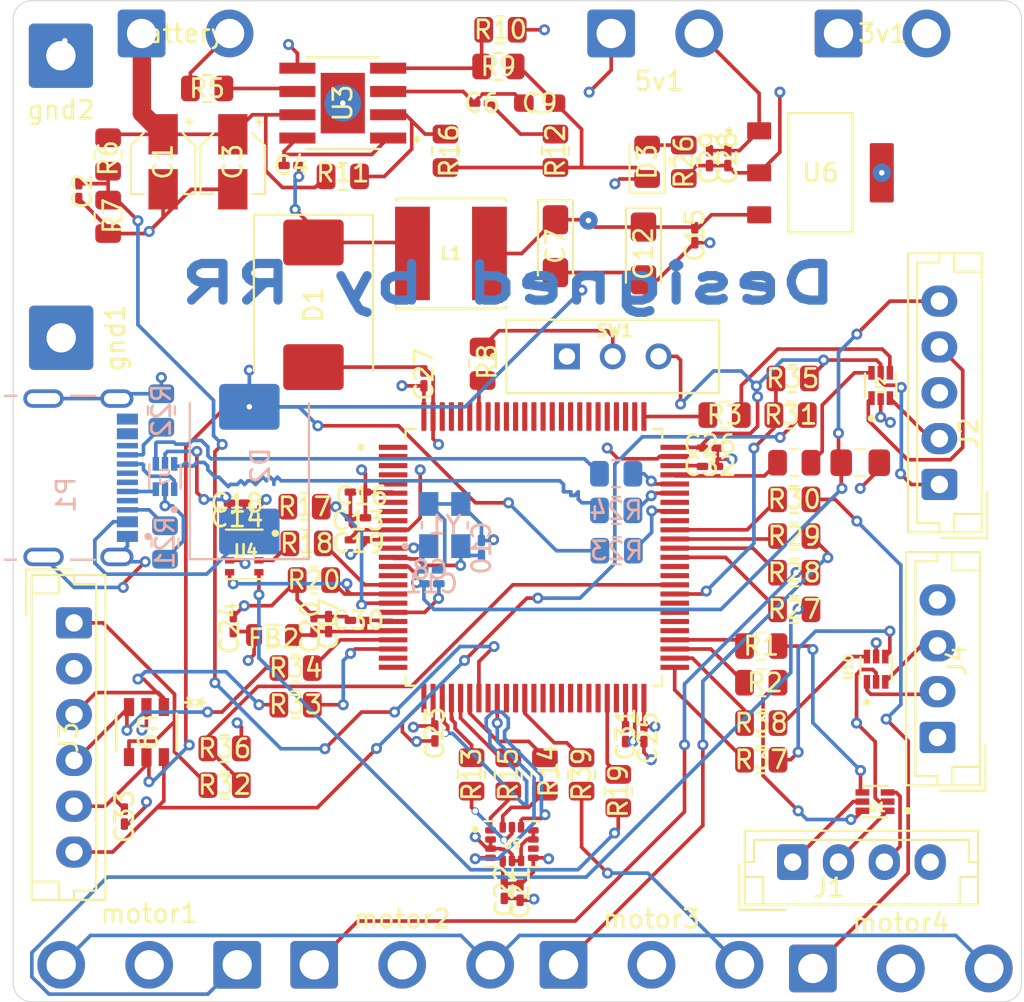
<source format=kicad_pcb>
(kicad_pcb (version 20241229) (generator "pcbnew") (generator_version "9.0")
  (layers (0 "F.Cu" signal) (4 "In1.Cu" signal) (6 "In2.Cu" signal) (2 "B.Cu" signal) (13 "F.Paste" user) (15 "B.Paste" user) (5 "F.SilkS" user "F.Silkscreen") (7 "B.SilkS" user "B.Silkscreen") (1 "F.Mask" user) (3 "B.Mask" user) (25 "Edge.Cuts" user))
  (net 0 "")
  (net 1 "+3.3V")
  (net 2 "+5V")
  (net 3 "GND")
  (net 4 "vbat_RAW")
  (net 5 "32_pn")
  (net 6 "Net-(U3-BST)")
  (net 7 "n_reset")
  (net 8 "Net-(C6-Pad2)")
  (net 9 "/comp1")
  (net 10 "12_pn")
  (net 11 "13_pn")
  (net 12 "an_iso")
  (net 13 "Net-(C31-Pad2)")
  (net 14 "Net-(C32-Pad2)")
  (net 15 "Net-(D3-A)")
  (net 16 "/rx_in1")
  (net 17 "/tx_out2")
  (net 18 "Net-(J2-Pin_2)")
  (net 19 "Net-(J2-Pin_4)")
  (net 20 "/60_sub")
  (net 21 "Net-(J3-Pin_4)")
  (net 22 "Net-(J3-Pin_3)")
  (net 23 "/59_sub")
  (net 24 "/tx_out1")
  (net 25 "motor_1")
  (net 26 "motor_2")
  (net 27 "motor_3")
  (net 28 "motor_4")
  (net 29 "Net-(P1-D-)")
  (net 30 "Net-(P1-CC)")
  (net 31 "Net-(P1-VCONN)")
  (net 32 "Net-(P1-D+)")
  (net 33 "54_pn")
  (net 34 "Net-(R1-Pad2)")
  (net 35 "53_pn")
  (net 36 "Net-(R2-Pad2)")
  (net 37 "76_pn")
  (net 38 "Net-(R3-Pad2)")
  (net 39 "72_pin")
  (net 40 "Net-(R4-Pad2)")
  (net 41 "Net-(U3-FREQ)")
  (net 42 "Net-(SW1-B)")
  (net 43 "boot0")
  (net 44 "/fb_sig")
  (net 45 "Net-(U3-EN)")
  (net 46 "Net-(U5-AP_SCL{slash}AP_SCLK)")
  (net 47 "29_pn")
  (net 48 "31_pn")
  (net 49 "Net-(U5-AP_SDA{slash}AP_SDIO{slash}AP_SDI)")
  (net 50 "30_pn")
  (net 51 "Net-(U5-AP_SDO{slash}AP_AD0)")
  (net 52 "Net-(U4-CSB)")
  (net 53 "18_pn")
  (net 54 "Net-(U4-SDI)")
  (net 55 "16_pn")
  (net 56 "Net-(U4-SCK)")
  (net 57 "46_pn")
  (net 58 "17_pn")
  (net 59 "68_pn")
  (net 60 "70_pn")
  (net 61 "Net-(R24-Pad1)")
  (net 62 "71_pn")
  (net 63 "Net-(R25-Pad1)")
  (net 64 "Net-(U8-PC6)")
  (net 65 "Net-(U8-PC7)")
  (net 66 "Net-(U8-PC8)")
  (net 67 "Net-(U8-PC9)")
  (net 68 "59_pn")
  (net 69 "60_pn")
  (net 70 "23_pn")
  (net 71 "22_pn")
  (net 72 "51_pn")
  (net 73 "Net-(R37-Pad2)")
  (net 74 "52_pn")
  (net 75 "Net-(R38-Pad2)")
  (net 76 "34_pn")
  (net 78 "28_pn")
  (net 115 "37_pn")
  (net 132 "Net-(U8-PE7)")
  (net 133 "Net-(D1-K)")
  (net 134 "Net-(D2-K)")
  (net 135 "/rx_in2")
  (footprint "MP1584EN-LF-Z:SOIC127P600X170-9N" (layer "F.Cu") (at 131.175 103.785065 180)
    (property "Reference" "U3")
    (property "Value" "MP1584EN-LF-Z" (hide yes))
  )
  (footprint "Connector_Wire:SolderWire-0.75sqmm_1x03_P4.8mm_D1.25mm_OD2.3mm" (layer "F.Cu") (at 129.615 150.785065)
    (property "Reference" "motor2")
    (property "Value" "Conn_01x03_Pin" (hide yes))
  )
  (footprint "Capacitor_SMD:C_0201_0603Metric_Pad0.64x0.40mm_HandSolder" (layer "F.Cu") (at 152.175 106.785065 90)
    (property "Reference" "C28")
    (property "Value" "22u" (hide yes))
  )
  (footprint "Resistor_SMD:R_0805_2012Metric" (layer "F.Cu") (at 142.775 106.385065 90)
    (property "Reference" "R12")
    (property "Value" "100k" (hide yes))
  )
  (footprint "ICM-42688-P:PQFN50P300X250X97-14N" (layer "F.Cu") (at 140.4 144.200065)
    (property "Reference" "U5")
    (property "Value" "ICM-42688-P" (hide yes))
  )
  (footprint "Capacitor_SMD:C_0201_0603Metric_Pad0.64x0.40mm_HandSolder" (layer "F.Cu") (at 151.2 123.600065 180)
    (property "Reference" "C32")
    (property "Value" "2.2u" (hide yes))
  )
  (footprint "Resistor_SMD:R_0805_2012Metric" (layer "F.Cu") (at 136.775 106.385065 -90)
    (property "Reference" "R16")
    (property "Value" "24.9k" (hide yes))
  )
  (footprint "USBLC6-2P6:SOT50P160X60-6N" (layer "F.Cu") (at 160.265 134.662565 90)
    (property "Reference" "U10")
    (property "Value" "USBLC6-2P6" (hide yes))
  )
  (footprint "Capacitor_SMD:C_0201_0603Metric_Pad0.64x0.40mm_HandSolder" (layer "F.Cu") (at 139.985 146.757565 -90)
    (property "Reference" "C22")
    (property "Value" "2u2" (hide yes))
  )
  (footprint "Resistor_SMD:R_0805_2012Metric" (layer "F.Cu") (at 129.6 129.800065)
    (property "Reference" "R20")
    (property "Value" "10k" (hide yes))
  )
  (footprint "Connector_Wire:SolderWire-0.75sqmm_1x01_D1.25mm_OD3.5mm" (layer "F.Cu") (at 115.8 101.2 180)
    (property "Reference" "gnd2")
    (property "Value" "Conn_01x01_Pin" (hide yes))
  )
  (footprint "Capacitor_SMD:C_0201_0603Metric_Pad0.64x0.40mm_HandSolder" (layer "F.Cu") (at 125.4 126.400065)
    (property "Reference" "C14")
    (property "Value" "1u" (hide yes))
  )
  (footprint "Capacitor_SMD:C_0201_0603Metric_Pad0.64x0.40mm_HandSolder" (layer "F.Cu") (at 136.2 138.167565 -90)
    (property "Reference" "C23")
    (property "Value" "100n" (hide yes))
  )
  (footprint "Connector_Wire:SolderWire-0.75sqmm_1x03_P4.8mm_D1.25mm_OD2.3mm" (layer "F.Cu") (at 125.415 150.785065 180)
    (property "Reference" "motor1")
    (property "Value" "Conn_01x03_Pin" (hide yes))
  )
  (footprint "Connector_Wire:SolderWire-0.75sqmm_1x03_P4.8mm_D1.25mm_OD2.3mm" (layer "F.Cu") (at 143.215 150.785065)
    (property "Reference" "motor3")
    (property "Value" "Conn_01x03_Pin" (hide yes))
  )
  (footprint "Resistor_SMD:R_0805_2012Metric" (layer "F.Cu") (at 118.375 109.985065 -90)
    (property "Reference" "R7")
    (property "Value" "1.5k" (hide yes))
  )
  (footprint "Capacitor_SMD:C_0201_0603Metric_Pad0.64x0.40mm_HandSolder" (layer "F.Cu") (at 138.775 103.785065)
    (property "Reference" "C6")
    (property "Value" "150p" (hide yes))
  )
  (footprint "USBLC6-2P6:SOT50P160X60-6N" (layer "F.Cu") (at 160.205 141.885065 180)
    (property "Reference" "U1")
    (property "Value" "USBLC6-2P6" (hide yes))
  )
  (footprint "Connector_Wire:SolderWire-0.75sqmm_1x01_D1.25mm_OD3.5mm" (layer "F.Cu") (at 115.815 116.585065 -90)
    (property "Reference" "gnd1")
    (property "Value" "Conn_01x01_Pin" (hide yes))
  )
  (footprint "Connector_Wire:SolderWire-0.75sqmm_1x02_P4.8mm_D1.25mm_OD2.3mm" (layer "F.Cu") (at 145.815 99.985065)
    (property "Reference" "5v1")
    (property "Value" "Conn_01x02_Pin" (hide yes))
  )
  (footprint "Capacitor_SMD:CP_Elec_3x5.3" (layer "F.Cu") (at 121.375 106.985065 -90)
    (property "Reference" "C1")
    (property "Value" "10u" (hide yes))
  )
  (footprint "Resistor_SMD:R_0805_2012Metric" (layer "F.Cu") (at 123.775 102.985065)
    (property "Reference" "R5")
    (property "Value" "200k" (hide yes))
  )
  (footprint "Resistor_SMD:R_0805_2012Metric" (layer "F.Cu") (at 138.2 140.400065 -90)
    (property "Reference" "R13")
    (property "Value" "22" (hide yes))
  )
  (footprint "Capacitor_Tantalum_SMD:CP_EIA-3216-10_Kemet-I_HandSolder" (layer "F.Cu") (at 147.575 111.985065 -90)
    (property "Reference" "C12")
    (property "Value" "10u" (hide yes))
  )
  (footprint "Capacitor_SMD:C_0603_1608Metric_Pad1.08x0.95mm_HandSolder" (layer "F.Cu") (at 141.9125 103.785065)
    (property "Reference" "C9")
    (property "Value" "NS" (hide yes))
  )
  (footprint "Capacitor_SMD:C_0201_0603Metric_Pad0.64x0.40mm_HandSolder" (layer "F.Cu") (at 147.6 138.200065 -90)
    (property "Reference" "C25")
    (property "Value" "100n" (hide yes))
  )
  (footprint "Capacitor_SMD:C_0201_0603Metric_Pad0.64x0.40mm_HandSolder" (layer "F.Cu") (at 132 125.000065 180)
    (property "Reference" "C16")
    (property "Value" "100n" (hide yes))
  )
  (footprint "Connector_Wire:SolderWire-0.75sqmm_1x03_P4.8mm_D1.25mm_OD2.3mm" (layer "F.Cu") (at 156.815 150.985065)
    (property "Reference" "motor4")
    (property "Value" "Conn_01x03_Pin" (hide yes))
  )
  (footprint "Connector_Wire:SolderWire-0.75sqmm_1x02_P4.8mm_D1.25mm_OD2.3mm" (layer "F.Cu") (at 120.2 99.985065)
    (property "Reference" "battery1")
    (property "Value" "Conn_01x02_Pin" (hide yes))
  )
  (footprint "Resistor_SMD:R_0805_2012Metric" (layer "F.Cu") (at 155.8 125.400065)
    (property "Reference" "R30")
    (property "Value" "33" (hide yes))
  )
  (footprint "Resistor_SMD:R_0805_2012Metric" (layer "F.Cu") (at 139.775 99.785065)
    (property "Reference" "R10")
    (property "Value" "51k" (hide yes))
  )
  (footprint "Connector_JST:JST_EH_B6B-EH-A_1x06_P2.50mm_Vertical" (layer "F.Cu") (at 116.515 132.135065 -90)
    (property "Reference" "J3")
    (property "Value" "Conn_01x06_Pin" (hide yes))
  )
  (footprint "Capacitor_SMD:C_0201_0603Metric_Pad0.64x0.40mm_HandSolder" (layer "F.Cu") (at 132 132.000065 180)
    (property "Reference" "C30")
    (property "Value" "100n" (hide yes))
  )
  (footprint "Resistor_SMD:R_0805_2012Metric" (layer "F.Cu") (at 128.6 134.600065)
    (property "Reference" "R34")
    (property "Value" "22" (hide yes))
  )
  (footprint "Connector_JST:JST_EH_B4B-EH-A_1x04_P2.50mm_Vertical" (layer "F.Cu") (at 155.715 145.185065)
    (property "Reference" "J1")
    (property "Value" "Conn_01x04_Pin" (hide yes))
  )
  (footprint "Resistor_SMD:R_0805_2012Metric" (layer "F.Cu") (at 129.0875 125.800065)
    (property "Reference" "R17")
    (property "Value" "10k" (hide yes))
  )
  (footprint "Connector_JST:JST_EH_B5B-EH-A_1x05_P2.50mm_Vertical" (layer "F.Cu") (at 163.715 124.585065 90)
    (property "Reference" "J2")
    (property "Value" "Conn_01x05_Pin" (hide yes))
  )
  (footprint "Capacitor_SMD:C_0201_0603Metric_Pad0.64x0.40mm_HandSolder" (layer "F.Cu") (at 130.4 132.200065 90)
    (property "Reference" "C17")
    (property "Value" "10n" (hide yes))
  )
  (footprint "Resistor_SMD:R_0805_2012Metric" (layer "F.Cu") (at 152 120.800065)
    (property "Reference" "R3")
    (property "Value" "22" (hide yes))
  )
  (footprint "Capacitor_SMD:C_0201_0603Metric_Pad0.64x0.40mm_HandSolder" (layer "F.Cu") (at 146.6 138.200065 90)
    (property "Reference" "C31")
    (property "Value" "2.2u" (hide yes))
  )
  (footprint "VLS6045AF-100M:IND_VLS6045AF-100M" (layer "F.Cu") (at 137.075 111.985065)
    (property "Reference" "L1")
    (property "Value" "VLS6045AF-100M" (hide yes))
  )
  (footprint "Capacitor_SMD:C_0201_0603Metric_Pad0.64x0.40mm_HandSolder" (layer "F.Cu") (at 129.6 132.200065 90)
    (property "Reference" "C20")
    (property "Value" "1u" (hide yes))
  )
  (footprint "STM32H743VIT6:QFP50P1600X1600X160-100N" (layer "F.Cu") (at 141.6 128.560065)
    (property "Reference" "U8" (hide yes))
    (property "Value" "STM32H743VIT6" (hide yes))
  )
  (footprint "Capacitor_SMD:C_0201_0603Metric_Pad0.64x0.40mm_HandSolder" (layer "F.Cu") (at 132 126.400065 180)
    (property "Reference" "C13")
    (property "Value" "10u" (hide yes))
  )
  (footprint "Resistor_SMD:R_0805_2012Metric" (layer "F.Cu") (at 155.8 131.400065)
    (property "Reference" "R27")
    (property "Value" "33" (hide yes))
  )
  (footprint "Resistor_SMD:R_0805_2012Metric" (layer "F.Cu") (at 138.8 118.000065 -90)
    (property "Reference" "R8")
    (property "Value" "10k" (hide yes))
  )
  (footprint "Capacitor_SMD:C_0201_0603Metric_Pad0.64x0.40mm_HandSolder" (layer "F.Cu") (at 125.4 125.600065)
    (property "Reference" "C18")
    (property "Value" "0.1u" (hide yes))
  )
  (footprint "Capacitor_SMD:C_0201_0603Metric_Pad0.64x0.40mm_HandSolder" (layer "F.Cu") (at 151.1925 122.600065)
    (property "Reference" "C26")
    (property "Value" "100n" (hide yes))
  )
  (footprint "Capacitor_SMD:C_0201_0603Metric_Pad0.64x0.40mm_HandSolder" (layer "F.Cu") (at 132 127.600065 180)
    (property "Reference" "C19")
    (property "Value" "100n" (hide yes))
  )
  (footprint "Capacitor_SMD:C_0201_0603Metric_Pad0.64x0.40mm_HandSolder" (layer "F.Cu") (at 135.6 118.800065 90)
    (property "Reference" "C27")
    (property "Value" "100n" (hide yes))
  )
  (footprint "Resistor_SMD:R_0805_2012Metric" (layer "F.Cu") (at 129.2 127.800065)
    (property "Reference" "R18")
    (property "Value" "22" (hide yes))
  )
  (footprint "Resistor_SMD:R_0805_2012Metric" (layer "F.Cu") (at 144.2 140.400065 90)
    (property "Reference" "R39")
    (property "Value" "220" (hide yes))
  )
  (footprint "Resistor_SMD:R_0805_2012Metric" (layer "F.Cu") (at 155.8 127.400065)
    (property "Reference" "R29")
    (property "Value" "33" (hide yes))
  )
  (footprint "Capacitor_SMD:C_0201_0603Metric_Pad0.64x0.40mm_HandSolder" (layer "F.Cu") (at 116.775 108.585065 -90)
    (property "Reference" "C2")
    (property "Value" "0.1u" (hide yes))
  )
  (footprint "Capacitor_SMD:C_0201_0603Metric_Pad0.64x0.40mm_HandSolder" (layer "F.Cu") (at 119.265 142.700065 -90)
    (property "Reference" "C33")
    (property "Value" "10u" (hide yes))
  )
  (footprint "Resistor_SMD:R_0805_2012Metric" (layer "F.Cu") (at 124.7275 140.985065)
    (property "Reference" "R32")
    (property "Value" "22" (hide yes))
  )
  (footprint "Capacitor_SMD:CP_Elec_3x5.3" (layer "F.Cu") (at 125.175 106.985065 -90)
    (property "Reference" "C3")
    (property "Value" "100u" (hide yes))
  )
  (footprint "USBLC6-2P6:SOT50P160X60-6N" (layer "F.Cu") (at 160.515 119.185065 90)
    (property "Reference" "U2")
    (property "Value" "USBLC6-2P6" (hide yes))
  )
  (footprint "Capacitor_SMD:C_0201_0603Metric_Pad0.64x0.40mm_HandSolder" (layer "F.Cu") (at 125.2 132.200065 90)
    (property "Reference" "C24")
    (property "Value" "1u" (hide yes))
  )
  (footprint "Resistor_SMD:R_0805_2012Metric" (layer "F.Cu") (at 155.8 129.400065)
    (property "Reference" "R28")
    (property "Value" "33" (hide yes))
  )
  (footprint "Resistor_SMD:R_0805_2012Metric" (layer "F.Cu") (at 142.2 140.400065 -90)
    (property "Reference" "R14")
    (property "Value" "22" (hide yes))
  )
  (footprint "Capacitor_SMD:C_0201_0603Metric_Pad0.64x0.40mm_HandSolder" (layer "F.Cu") (at 150.375 110.992565 -90)
    (property "Reference" "C15")
    (property "Value" "100n" (hide yes))
  )
  (footprint "Resistor_SMD:R_0805_2012Metric" (layer "F.Cu") (at 155.6 120.800065 180)
    (property "Reference" "R31")
    (property "Value" "22" (hide yes))
  )
  (footprint "Capacitor_SMD:C_0201_0603Metric_Pad0.64x0.40mm_HandSolder" (layer "F.Cu") (at 140.845 146.857565 -90)
    (property "Reference" "C21")
    (property "Value" "100n" (hide yes))
  )
  (footprint "Resistor_SMD:R_0805_2012Metric" (layer "F.Cu") (at 118.375 106.585065 -90)
    (property "Reference" "R6")
    (property "Value" "10k" (hide yes))
  )
  (footprint "Resistor_SMD:R_0805_2012Metric" (layer "F.Cu") (at 155.7125 118.800065)
    (property "Reference" "R35")
    (property "Value" "4.7k" (hide yes))
  )
  (footprint "Resistor_SMD:R_0805_2012Metric" (layer "F.Cu") (at 140.2 140.400065 -90)
    (property "Reference" "R15")
    (property "Value" "22" (hide yes))
  )
  (footprint "Capacitor_SMD:C_0201_0603Metric_Pad0.64x0.40mm_HandSolder" (layer "F.Cu") (at 151.175 106.785065 90)
    (property "Reference" "C29")
    (property "Value" "100n" (hide yes))
  )
  (footprint "BMP280:XDCR_BMP280" (layer "F.Cu") (at 125.8 128.400065)
    (property "Reference" "U4")
    (property "Value" "BMP280" (hide yes))
  )
  (footprint "Resistor_SMD:R_0805_2012Metric" (layer "F.Cu") (at 154 135.400065)
    (property "Reference" "R2")
    (property "Value" "22" (hide yes))
  )
  (footprint "Diode_SMD:D_SMC" (layer "F.Cu") (at 129.575 114.785065 -90)
    (property "Reference" "D1")
    (property "Value" "SS34" (hide yes))
  )
  (footprint "Resistor_SMD:R_0805_2012Metric" (layer "F.Cu") (at 154 133.400065)
    (property "Reference" "R1")
    (property "Value" "22" (hide yes))
  )
  (footprint "Resistor_SMD:R_0805_2012Metric" (layer "F.Cu") (at 155.8 123.400065)
    (property "Reference" "R4" (hide yes))
    (property "Value" "22" (hide yes))
  )
  (footprint "MINI-SPDT-SW:SW_MINI-SPDT-SW" (layer "F.Cu") (at 145.9 117.600065)
    (property "Reference" "SW1")
    (property "Value" "SW_SPDT" (hide yes))
  )
  (footprint "Resistor_SMD:R_0805_2012Metric" (layer "F.Cu") (at 146.2 141.312565 90)
    (property "Reference" "R19")
    (property "Value" "22" (hide yes))
  )
  (footprint "Resistor_SMD:R_0805_2012Metric" (layer "F.Cu") (at 149.775 106.985065 90)
    (property "Reference" "R26")
    (property "Value" "1k" (hide yes))
  )
  (footprint "Connector_JST:JST_EH_B4B-EH-A_1x04_P2.50mm_Vertical" (layer "F.Cu") (at 163.615 138.385065 90)
    (property "Reference" "J4")
    (property "Value" "Conn_01x04_Pin" (hide yes))
  )
  (footprint "AMS1117-3.3:SOT229P700X180-4N" (layer "F.Cu") (at 157.23 107.585065)
    (property "Reference" "U6")
    (property "Value" "AMS1117-3.3" (hide yes))
  )
  (footprint "Capacitor_SMD:C_0201_0603Metric_Pad0.64x0.40mm_HandSolder" (layer "F.Cu") (at 128.375 107.185065)
    (property "Reference" "C4")
    (property "Value" "100n" (hide yes))
  )
  (footprint "Resistor_SMD:R_0805_2012Metric" (layer "F.Cu") (at 154 137.600065)
    (property "Reference" "R38")
    (property "Value" "22" (hide yes))
  )
  (footprint "Connector_Wire:SolderWire-0.75sqmm_1x02_P4.8mm_D1.25mm_OD2.3mm" (layer "F.Cu") (at 158.215 99.985065)
    (property "Reference" "3v1")
    (property "Value" "Conn_01x02_Pin" (hide yes))
  )
  (footprint "Resistor_SMD:R_0805_2012Metric" (layer "F.Cu") (at 139.6625 101.785065 180)
    (property "Reference" "R9")
    (property "Value" "10k" (hide yes))
  )
  (footprint "Resistor_SMD:R_0805_2012Metric" (layer "F.Cu") (at 131.175 107.785065)
    (property "Reference" "R11")
    (property "Value" "100k" (hide yes))
  )
  (footprint "Capacitor_Tantalum_SMD:CP_EIA-3216-10_Kemet-I_HandSolder" (layer "F.Cu") (at 142.775 111.585065 -90)
    (property "Reference" "C7")
    (property "Value" "22u" (hide yes))
  )
  (footprint "ul_USBLC6-4SC6:SOT23-6L_STM" (layer "F.Cu") (at 120.465 138.092565 -90)
    (property "Reference" "U9")
    (property "Value" "USBLC6-4SC6" (hide yes))
  )
  (footprint "Resistor_SMD:R_0805_2012Metric" (layer "F.Cu") (at 154 139.600065)
    (property "Reference" "R37")
    (property "Value" "22" (hide yes))
  )
  (footprint "Resistor_SMD:R_0805_2012Metric" (layer "F.Cu") (at 124.7275 138.985065)
    (property "Reference" "R36")
    (property "Value" "4.7k" (hide yes))
  )
  (footprint "Capacitor_SMD:C_0805_2012Metric_Pad1.18x1.45mm_HandSolder" (layer "F.Cu") (at 159.4 123.400065)
    (property "Reference" "C5" (hide yes))
    (property "Value" "0.1u" (hide yes))
  )
  (footprint "LED_SMD:LED_0805_2012Metric" (layer "F.Cu") (at 147.775 106.985065 90)
    (property "Reference" "D3")
    (property "Value" "LED" (hide yes))
  )
  (footprint "Resistor_SMD:R_0805_2012Metric" (layer "F.Cu") (at 128.6 136.600065 180)
    (property "Reference" "R33")
    (property "Value" "22" (hide yes))
  )
  (footprint "Inductor_SMD:L_0805_2012Metric" (layer "F.Cu") (at 127.4 132.800065 180)
    (property "Reference" "FB2")
    (property "Value" "120R" (hide yes))
  )
  (footprint "Resistor_SMD:R_0805_2012Metric" (layer "B.Cu") (at 146.0875 126)
    (property "Reference" "R24")
    (property "Value" "22" (hide yes))
  )
  (footprint "ABM8-25.000MHZ-B2-T:XTAL_ABM8-25.000MHZ-B2-T" (layer "B.Cu") (at 136.7375 126.800065)
    (property "Reference" "Y1")
    (property "Value" "25MHz" (hide yes))
  )
  (footprint "Resistor_SMD:R_0805_2012Metric" (layer "B.Cu") (at 121.2775 120.550815 90)
    (property "Reference" "R22")
    (property "Value" "5.1k" (hide yes))
  )
  (footprint "Resistor_SMD:R_0805_2012Metric" (layer "B.Cu") (at 121.4775 127.750815 -90)
    (property "Reference" "R21")
    (property "Value" "5.1k" (hide yes))
  )
  (footprint "Capacitor_SMD:C_0201_0603Metric_Pad0.64x0.40mm_HandSolder" (layer "B.Cu") (at 138.7375 128.050065 90)
    (property "Reference" "C10")
    (property "Value" "10p" (hide yes))
  )
  (footprint "UJ20-C-H-G-SMT-P16-TR:SAMESKY_UJ20-C-H-G-SMT-P16-TR" (layer "B.Cu") (at 112.7525 124.219315 90)
    (property "Reference" "P1")
    (property "Value" "USB_C_Plug_USB2.0" (hide yes))
  )
  (footprint "Capacitor_SMD:C_0201_0603Metric_Pad0.64x0.40mm_HandSolder" (layer "B.Cu") (at 136.0075 130.000065)
    (property "Reference" "C11")
    (property "Value" "100n" (hide yes))
  )
  (footprint "Capacitor_SMD:C_0201_0603Metric_Pad0.64x0.40mm_HandSolder" (layer "B.Cu") (at 135.9375 129.250065)
    (property "Reference" "C8")
    (property "Value" "10p" (hide yes))
  )
  (footprint "USBLC6-2P6:SOT50P160X60-6N" (layer "B.Cu") (at 121.4775 124.150815 90)
    (property "Reference" "U7")
    (property "Value" "USBLC6-2P6" (hide yes))
  )
  (footprint "Resistor_SMD:R_0805_2012Metric" (layer "B.Cu") (at 146.1125 128.200065)
    (property "Reference" "R23")
    (property "Value" "10k" (hide yes))
  )
  (footprint "Resistor_SMD:R_0805_2012Metric" (layer "B.Cu") (at 146.0875 124)
    (property "Reference" "R25" (hide yes))
    (property "Value" "22" (hide yes))
  )
  (footprint "Diode_SMD:D_SMC" (layer "B.Cu") (at 126.0775 123.750815 90)
    (property "Reference" "D2")
    (property "Value" "SS34" (hide yes))
  )
  (gr_line (start 113.2 151.8) (end 113.2 99.2) (stroke (width 0.05)) (layer "Edge.Cuts"))
  (gr_arc (start 113.2 99.2) (mid 113.492893 98.492893) (end 114.2 98.2) (stroke (width 0.05)) (layer "Edge.Cuts"))
  (gr_line (start 167.2 152.8) (end 114.2 152.8) (stroke (width 0.05)) (layer "Edge.Cuts"))
  (gr_arc (start 114.2 152.8) (mid 113.492893 152.507107) (end 113.2 151.8) (stroke (width 0.05)) (layer "Edge.Cuts"))
  (gr_line (start 168.2 99.2) (end 168.2 151.8) (stroke (width 0.05)) (layer "Edge.Cuts"))
  (gr_line (start 114.2 98.2) (end 167.2 98.2) (stroke (width 0.05)) (layer "Edge.Cuts"))
  (gr_arc (start 167.2 98.2) (mid 167.907107 98.492893) (end 168.2 99.2) (stroke (width 0.05)) (layer "Edge.Cuts"))
  (gr_arc (start 168.2 151.8) (mid 167.907107 152.507107) (end 167.2 152.8) (stroke (width 0.05)) (layer "Edge.Cuts"))
  (gr_text "Designed by RR" (at 158.4 114.8 0) (layer "B.Cu") (effects (font (size 2 3) (thickness 0.5) (bold yes)) (justify left bottom mirror)))
  (segment (start 132.4075 127.600065) (end 132.4075 127.800064) (width 0.2) (layer "F.Cu") (net 1))
  (segment (start 148.192565 137.792565) (end 148.2 137.8) (width 0.2) (layer "F.Cu") (net 1))
  (segment (start 141.565 144.950065) (end 141.565 145.730065) (width 0.2) (layer "F.Cu") (net 1))
  (segment (start 149.32 122.600065) (end 149.28 122.560065) (width 0.2) (layer "F.Cu") (net 1))
  (segment (start 150.785 122.400066) (end 151.384001 121.801065) (width 0.2) (layer "F.Cu") (net 1))
  (segment (start 132.4075 125.000065) (end 132.4075 123.992565) (width 0.2) (layer "F.Cu") (net 1))
  (segment (start 141.565 144.950065) (end 142.350065 144.950065) (width 0.2) (layer "F.Cu") (net 1))
  (segment (start 147.6 137.792565) (end 148.192565 137.792565) (width 0.2) (layer "F.Cu") (net 1))
  (segment (start 157.4 118.025065) (end 156.625 118.800065) (width 0.2) (layer "F.Cu") (net 1))
  (segment (start 125.2 132.607565) (end 126.145 132.607565) (width 0.2) (layer "F.Cu") (net 1))
  (segment (start 132.4075 127.600065) (end 133.88 127.600065) (width 0.2) (layer "F.Cu") (net 1))
  (segment (start 123.215 125.015) (end 123.6 125.4) (width 0.2) (layer "F.Cu") (net 1))
  (segment (start 157.4 117.8) (end 160.287801 117.8) (width 0.2) (layer "F.Cu") (net 1))
  (segment (start 125.64 138.985065) (end 125.64 137.810065) (width 0.2) (layer "F.Cu") (net 1))
  (segment (start 135.088529 137.760065) (end 135.024297 137.824297) (width 0.2) (layer "F.Cu") (net 1))
  (segment (start 142.350065 144.950065) (end 142.4 145) (width 0.2) (layer "F.Cu") (net 1))
  (segment (start 139.9 146.265065) (end 139.985 146.350065) (width 0.2) (layer "F.Cu") (net 1))
  (segment (start 131.807564 128.4) (end 131.6 128.4) (width 0.2) (layer "F.Cu") (net 1))
  (segment (start 126.3375 133.862565) (end 126.015 134.185065) (width 0.2) (layer "F.Cu") (net 1))
  (segment (start 149.28 122.560065) (end 150.745 122.560065) (width 0.2) (layer "F.Cu") (net 1))
  (segment (start 155.715 145.185065) (end 155.753 145.147065) (width 0.2) (layer "F.Cu") (net 1))
  (segment (start 153.8 121.411225) (end 153.8 119.8) (width 0.2) (layer "F.Cu") (net 1))
  (segment (start 160.265 133.225582) (end 160.270065 133.220517) (width 0.2) (layer "F.Cu") (net 1))
  (segment (start 136.1 137.660065) (end 136.1 136.240065) (width 0.2) (layer "F.Cu") (net 1))
  (segment (start 153.41016 121.801065) (end 153.8 121.411225) (width 0.2) (layer "F.Cu") (net 1))
  (segment (start 155.015 106.455065) (end 153.885 107.585065) (width 0.2) (layer "F.Cu") (net 1))
  (segment (start 125 128.725065) (end 125.673928 128.725065) (width 0.2) (layer "F.Cu") (net 1))
  (segment (start 150.745 122.560065) (end 150.785 122.600065) (width 0.2) (layer "F.Cu") (net 1))
  (segment (start 135.6 119.207565) (end 134.407565 119.207565) (width 0.2) (layer "F.Cu") (net 1))
  (segment (start 133.88 127.600065) (end 133.92 127.560065) (width 0.2) (layer "F.Cu") (net 1))
  (segment (start 153.734364 119.734364) (end 153.8 119.8) (width 0.2) (layer "F.Cu") (net 1))
  (segment (start 147.6 137.792565) (end 147.6 136.240065) (width 0.2) (layer "F.Cu") (net 1))
  (segment (start 160.723134 119.171065) (end 160.515 118.962931) (width 0.2) (layer "F.Cu") (net 1))
  (segment (start 157.4 117.8) (end 157.4 118.025065) (width 0.2) (layer "F.Cu") (net 1))
  (segment (start 161.518852 119.171065) (end 160.723134 119.171065) (width 0.2) (layer "F.Cu") (net 1))
  (segment (start 124.9925 127.417565) (end 125 127.425065) (width 0.2) (layer "F.Cu") (net 1))
  (segment (start 152.5675 107.585065) (end 152.175 107.192565) (width 0.2) (layer "F.Cu") (net 1))
  (segment (start 152.175 107.192565) (end 151.175 107.192565) (width 0.2) (layer "F.Cu") (net 1))
  (segment (start 151.384001 121.801065) (end 153.41016 121.801065) (width 0.2) (layer "F.Cu") (net 1))
  (segment (start 135.6 119.207565) (end 135.6 120.880065) (width 0.2) (layer "F.Cu") (net 1))
  (segment (start 134.407565 119.207565) (end 134.4 119.2) (width 0.2) (layer "F.Cu") (net 1))
  (segment (start 132.4075 127.800064) (end 131.807564 128.4) (width 0.2) (layer "F.Cu") (net 1))
  (segment (start 163.715 124.585065) (end 162.185065 124.585065) (width 0.2) (layer "F.Cu") (net 1))
  (segment (start 132.4075 123.992565) (end 132.2 123.785065) (width 0.2) (layer "F.Cu") (net 1))
  (segment (start 136.2 137.760065) (end 136.1 137.660065) (width 0.2) (layer "F.Cu") (net 1))
  (segment (start 123.215 122.785065) (end 123.215 125.015) (width 0.2) (layer "F.Cu") (net 1))
  (segment (start 150.48 107.192565) (end 149.775 107.897565) (width 0.2) (layer "F.Cu") (net 1))
  (segment (start 141.565 145.730065) (end 140.845 146.450065) (width 0.2) (layer "F.Cu") (net 1))
  (segment (start 139.9 145.115065) (end 139.9 146.265065) (width 0.2) (layer "F.Cu") (net 1))
  (segment (start 126.3375 132.800065) (end 126.3375 133.862565) (width 0.2) (layer "F.Cu") (net 1))
  (segment (start 162.185065 124.585065) (end 161.6 124) (width 0.2) (layer "F.Cu") (net 1))
  (segment (start 159.015 141.885065) (end 159.515 141.885065) (width 0.2) (layer "F.Cu") (net 1))
  (segment (start 124.9925 125.600065) (end 124.9925 126.400065) (width 0.2) (layer "F.Cu") (net 1))
  (segment (start 160.265 133.972565) (end 160.265 133.225582) (width 0.2) (layer "F.Cu") (net 1))
  (segment (start 153.885 107.585065) (end 152.5675 107.585065) (width 0.2) (layer "F.Cu") (net 1))
  (segment (start 153.734364 119.21557) (end 153.734364 119.734364) (width 0.2) (layer "F.Cu") (net 1))
  (segment (start 124.8 125.407565) (end 124.9925 125.600065) (width 0.2) (layer "F.Cu") (net 1))
  (segment (start 132.4075 125.000065) (end 132.4075 126.400065) (width 0.2) (layer "F.Cu") (net 1))
  (segment (start 139.985 146.350065) (end 140.745 146.350065) (width 0.2) (layer "F.Cu") (net 1))
  (segment (start 150.785 122.600065) (end 150.785 122.400066) (width 0.2) (layer "F.Cu") (net 1))
  (segment (start 133.86 125.000065) (end 133.92 125.060065) (width 0.2) (layer "F.Cu") (net 1))
  (segment (start 125.64 137.810065) (end 125.415 137.585065) (width 0.2) (layer "F.Cu") (net 1))
  (segment (start 160.515 118.962931) (end 160.515 118.495065) (width 0.2) (layer "F.Cu") (net 1))
  (segment (start 160.515 118.027199) (end 160.515 118.495065) (width 0.2) (layer "F.Cu") (net 1))
  (segment (start 155.015 103.185065) (end 155.015 106.455065) (width 0.2) (layer "F.Cu") (net 1))
  (segment (start 149.6 120.2) (end 149.6 117.80013) (width 0.2) (layer "F.Cu") (net 1))
  (segment (start 160.287801 117.8) (end 160.515 118.027199) (width 0.2) (layer "F.Cu") (net 1))
  (segment (start 155.753 145.147065) (end 159.015 141.885065) (width 0.2) (layer "F.Cu") (net 1))
  (segment (start 132.4075 125.000065) (end 133.86 125.000065) (width 0.2) (layer "F.Cu") (net 1))
  (segment (start 136.2 137.760065) (end 135.088529 137.760065) (width 0.2) (layer "F.Cu") (net 1))
  (segment (start 149.399935 117.600065) (end 148.4 117.600065) (width 0.2) (layer "F.Cu") (net 1))
  (segment (start 151.175 107.192565) (end 150.48 107.192565) (width 0.2) (layer "F.Cu") (net 1))
  (segment (start 126.145 132.607565) (end 126.3375 132.800065) (width 0.2) (layer "F.Cu") (net 1))
  (segment (start 124.8 125.285033) (end 124.8 125.407565) (width 0.2) (layer "F.Cu") (net 1))
  (segment (start 161.63988 119.292093) (end 161.518852 119.171065) (width 0.2) (layer "F.Cu") (net 1))
  (segment (start 125.673928 128.725065) (end 125.849999 128.901136) (width 0.2) (layer "F.Cu") (net 1))
  (segment (start 124.9925 126.400065) (end 124.9925 127.417565) (width 0.2) (layer "F.Cu") (net 1))
  (segment (start 149.6 117.80013) (end 149.399935 117.600065) (width 0.2) (layer "F.Cu") (net 1))
  (segment (start 140.745 146.350065) (end 140.845 146.450065) (width 0.2) (layer "F.Cu") (net 1))
  (via (at 125.415 137.585065) (size 0.6) (drill 0.3) (layers "F.Cu" "B.Cu") (net 1))
  (via (at 155.015 103.185065) (size 0.6) (drill 0.3) (layers "F.Cu" "B.Cu") (net 1))
  (via (at 160.270065 133.220517) (size 0.6) (drill 0.3) (layers "F.Cu" "B.Cu") (net 1))
  (via (at 131.6 128.4) (size 0.6) (drill 0.3) (layers "F.Cu" "B.Cu") (net 1))
  (via (at 142.4 145) (size 0.6) (drill 0.3) (layers "F.Cu" "B.Cu") (net 1))
  (via (at 163.615 138.385065) (size 0.6) (drill 0.3) (layers "F.Cu" "B.Cu") (net 1))
  (via (at 126.015 134.185065) (size 0.6) (drill 0.3) (layers "F.Cu" "B.Cu") (net 1))
  (via (at 149.6 120.2) (size 0.6) (drill 0.3) (layers "F.Cu" "B.Cu") (net 1))
  (via (at 124.8 125.285033) (size 0.6) (drill 0.3) (layers "F.Cu" "B.Cu") (net 1))
  (via (at 134.4 119.2) (size 0.6) (drill 0.3) (layers "F.Cu" "B.Cu") (net 1))
  (via (at 153.8 119.8) (size 0.6) (drill 0.3) (layers "F.Cu" "B.Cu") (net 1))
  (via (at 161.63988 119.292093) (size 0.6) (drill 0.3) (layers "F.Cu" "B.Cu") (net 1))
  (via (at 132.2 123.785065) (size 0.6) (drill 0.3) (layers "F.Cu" "B.Cu") (net 1))
  (via (at 157.4 117.8) (size 0.6) (drill 0.3) (layers "F.Cu" "B.Cu") (net 1))
  (via (at 155.753 145.147065) (size 0.6) (drill 0.3) (layers "F.Cu" "B.Cu") (net 1))
  (via (at 135.024297 137.824297) (size 0.6) (drill 0.3) (layers "F.Cu" "B.Cu") (net 1))
  (via (at 163.615 138.385065) (size 0.6) (drill 0.3) (layers "F.Cu" "B.Cu") (net 1))
  (via (at 123.215 122.785065) (size 0.6) (drill 0.3) (layers "F.Cu" "B.Cu") (net 1))
  (via (at 148.2 137.8) (size 0.6) (drill 0.3) (layers "F.Cu" "B.Cu") (net 1))
  (via (at 125.849999 128.901136) (size 0.6) (drill 0.3) (layers "F.Cu" "B.Cu") (net 1))
  (via (at 123.6 125.4) (size 0.6) (drill 0.3) (layers "F.Cu" "B.Cu") (net 1))
  (via (at 153.734364 119.21557) (size 0.6) (drill 0.3) (layers "F.Cu" "B.Cu") (net 1))
  (via (at 161.6 124) (size 0.6) (drill 0.3) (layers "F.Cu" "B.Cu") (net 1))
  (segment (start 124.685033 125.4) (end 124.8 125.285033) (width 0.2) (layer "B.Cu") (net 1))
  (segment (start 161.6 124) (end 161.63988 123.96012) (width 0.2) (layer "B.Cu") (net 1))
  (segment (start 161.63988 123.96012) (end 161.63988 119.292093) (width 0.2) (layer "B.Cu") (net 1))
  (segment (start 121.4775 123.460815) (end 121.4775 122.922565) (width 0.2) (layer "B.Cu") (net 1))
  (segment (start 121.615 122.785065) (end 123.215 122.785065) (width 0.2) (layer "B.Cu") (net 1))
  (segment (start 153.734364 119.21557) (end 155.149934 117.8) (width 0.2) (layer "B.Cu") (net 1))
  (segment (start 152.917859 118.399065) (end 153.734364 119.21557) (width 0.2) (layer "B.Cu") (net 1))
  (segment (start 149.6 120.2) (end 151.400935 118.399065) (width 0.2) (layer "B.Cu") (net 1))
  (segment (start 121.4775 122.922565) (end 121.615 122.785065) (width 0.2) (layer "B.Cu") (net 1))
  (segment (start 151.400935 118.399065) (end 152.917859 118.399065) (width 0.2) (layer "B.Cu") (net 1))
  (segment (start 123.6 125.4) (end 124.685033 125.4) (width 0.2) (layer "B.Cu") (net 1))
  (segment (start 155.149934 117.8) (end 157.4 117.8) (width 0.2) (layer "B.Cu") (net 1))
  (segment (start 140.6875 99.785065) (end 142.175 99.785065) (width 0.2) (layer "F.Cu") (net 2))
  (segment (start 138.415 125.585065) (end 134.215 121.385065) (width 0.2) (layer "F.Cu") (net 2))
  (segment (start 145.815 101.985065) (end 144.615 103.185065) (width 0.2) (layer "F.Cu") (net 2))
  (segment (start 126.0775 120.350815) (end 124.799307 120.350815) (width 0.2) (layer "F.Cu") (net 2))
  (segment (start 120.6 139.592815) (end 120.465 139.457815) (width 0.2) (layer "F.Cu") (net 2))
  (segment (start 151.285 109.875065) (end 153.885 109.875065) (width 0.2) (layer "F.Cu") (net 2))
  (segment (start 150.375 110.585065) (end 150.575 110.585065) (width 0.2) (layer "F.Cu") (net 2))
  (segment (start 144.575 110.185065) (end 144.935 110.545065) (width 0.2) (layer "F.Cu") (net 2))
  (segment (start 134.215 121.385065) (end 129.815 121.385065) (width 0.2) (layer "F.Cu") (net 2))
  (segment (start 118.2225 142.135065) (end 116.515 142.135065) (width 0.2) (layer "F.Cu") (net 2))
  (segment (start 150.335 110.545065) (end 150.375 110.585065) (width 0.2) (layer "F.Cu") (net 2))
  (segment (start 150.575 110.585065) (end 151.285 109.875065) (width 0.2) (layer "F.Cu") (net 2))
  (segment (start 120.6 140.8) (end 120.6 139.592815) (width 0.2) (layer "F.Cu") (net 2))
  (segment (start 147.575 110.545065) (end 150.335 110.545065) (width 0.2) (layer "F.Cu") (net 2))
  (segment (start 139.175 111.985065) (end 140.935 111.985065) (width 0.2) (layer "F.Cu") (net 2))
  (segment (start 142.775 110.145065) (end 144.535 110.145065) (width 0.2) (layer "F.Cu") (net 2))
  (segment (start 140.215 125.585065) (end 138.415 125.585065) (width 0.2) (layer "F.Cu") (net 2))
  (segment (start 144.935 110.545065) (end 147.575 110.545065) (width 0.2) (layer "F.Cu") (net 2))
  (segment (start 142.615 109.985065) (end 142.775 110.145065) (width 0.2) (layer "F.Cu") (net 2))
  (segment (start 145.815 99.985065) (end 145.815 101.985065) (width 0.2) (layer "F.Cu") (net 2))
  (segment (start 144.535 110.145065) (end 144.575 110.185065) (width 0.2) (layer "F.Cu") (net 2))
  (segment (start 120.465 139.892565) (end 118.565 141.792565) (width 0.2) (layer "F.Cu") (net 2))
  (segment (start 120.465 139.457815) (end 120.465 139.892565) (width 0.2) (layer "F.Cu") (net 2))
  (segment (start 118.765 141.792565) (end 118.565 141.792565) (width 0.2) (layer "F.Cu") (net 2))
  (segment (start 140.935 111.985065) (end 142.775 110.145065) (width 0.2) (layer "F.Cu") (net 2))
  (segment (start 122.614 138.614) (end 122.8 138.8) (width 0.2) (layer "F.Cu") (net 2))
  (segment (start 118.565 141.792565) (end 118.2225 142.135065) (width 0.2) (layer "F.Cu") (net 2))
  (segment (start 124.799307 120.350815) (end 122.614 122.536122) (width 0.2) (layer "F.Cu") (net 2))
  (segment (start 122.614 122.536122) (end 122.614 138.614) (width 0.2) (layer "F.Cu") (net 2))
  (segment (start 119.265 142.292565) (end 118.765 141.792565) (width 0.2) (layer "F.Cu") (net 2))
  (via (at 126.0775 118.350815) (size 0.6) (drill 0.3) (layers "F.Cu" "B.Cu") (net 2))
  (via (at 120.6 140.8) (size 0.6) (drill 0.3) (layers "F.Cu" "B.Cu") (net 2))
  (via (at 140.215 125.585065) (size 0.6) (drill 0.3) (layers "F.Cu" "B.Cu") (net 2))
  (via (at 129.815 121.385065) (size 0.6) (drill 0.3) (layers "F.Cu" "B.Cu") (net 2))
  (via (at 126.0775 120.350815) (size 0.6) (drill 0.3) (layers "F.Cu" "B.Cu") (net 2))
  (via (at 144.215 113.985065) (size 0.6) (drill 0.3) (layers "F.Cu" "B.Cu") (net 2))
  (via (at 116.515 142.135065) (size 0.6) (drill 0.3) (layers "F.Cu" "B.Cu") (net 2))
  (via (at 122.8 138.8) (size 0.6) (drill 0.3) (layers "F.Cu" "B.Cu") (net 2))
  (via (at 144.575 110.185065) (size 1) (drill 0.3) (layers "F.Cu" "B.Cu") (net 2))
  (via (at 144.615 103.185065) (size 0.6) (drill 0.3) (layers "F.Cu" "B.Cu") (net 2))
  (via (at 142.175 99.785065) (size 0.6) (drill 0.3) (layers "F.Cu" "B.Cu") (net 2))
  (segment (start 120.8 140.8) (end 120.6 140.8) (width 0.2) (layer "B.Cu") (net 2))
  (segment (start 145.2 128.200065) (end 142.83 128.200065) (width 0.2) (layer "B.Cu") (net 2))
  (segment (start 129.815 121.385065) (end 128.78075 120.350815) (width 0.2) (layer "B.Cu") (net 2))
  (segment (start 126.0775 120.350815) (end 137.84925 120.350815) (width 0.2) (layer "B.Cu") (net 2))
  (segment (start 126.0775 120.350815) (end 126.0775 118.350815) (width 0.2) (layer "B.Cu") (net 2))
  (segment (start 128.78075 120.350815) (end 126.0775 120.350815) (width 0.2) (layer "B.Cu") (net 2))
  (segment (start 137.84925 120.350815) (end 144.215 113.985065) (width 0.2) (layer "B.Cu") (net 2))
  (segment (start 122.8 138.8) (end 120.8 140.8) (width 0.2) (layer "B.Cu") (net 2))
  (segment (start 142.83 128.200065) (end 140.215 125.585065) (width 0.2) (layer "B.Cu") (net 2))
  (segment (start 140.575 101.785065) (end 140.775 101.785065) (width 0.2) (layer "F.Cu") (net 3))
  (segment (start 119.2 130.2) (end 119.2 130) (width 0.2) (layer "F.Cu") (net 3))
  (segment (start 139.235 143.950065) (end 139.235 144.450065) (width 0.2) (layer "F.Cu") (net 3))
  (segment (start 141.565 143.950065) (end 141.218152 143.950065) (width 0.2) (layer "F.Cu") (net 3))
  (segment (start 139.985 147.165065) (end 140.745 147.165065) (width 0.2) (layer "F.Cu") (net 3))
  (segment (start 116.775 108.992565) (end 118.375 110.592565) (width 0.2) (layer "F.Cu") (net 3))
  (segment (start 160.265 135.352565) (end 160.265 134.865) (width 0.2) (layer "F.Cu") (net 3))
  (segment (start 139.769001 144.450065) (end 139.235 144.450065) (width 0.2) (layer "F.Cu") (net 3))
  (segment (start 131.5925 126.400065) (end 131.5925 125.000065) (width 0.2) (layer "F.Cu") (net 3))
  (segment (start 125.8075 126.400065) (end 125.8075 126.632565) (width 0.2) (layer "F.Cu") (net 3))
  (segment (start 132.041 127.060065) (end 133.92 127.060065) (width 0.2) (layer "F.Cu") (net 3))
  (segment (start 163.215 145.185065) (end 163.571 144.829065) (width 0.2) (layer "F.Cu") (net 3))
  (segment (start 153.885 105.295065) (end 153.885 103.255065) (width 0.2) (layer "F.Cu") (net 3))
  (segment (start 136.1 122.1) (end 136.4 122.4) (width 0.2) (layer "F.Cu") (net 3))
  (segment (start 152.175 106.377565) (end 152.8025 106.377565) (width 0.2) (layer "F.Cu") (net 3))
  (segment (start 160.265 134.865) (end 160.076565 134.676565) (width 0.2) (layer "F.Cu") (net 3))
  (segment (start 139.050065 144.450065) (end 138.4 143.8) (width 0.2) (layer "F.Cu") (net 3))
  (segment (start 151.6 122.600065) (end 151.6 123.2) (width 0.2) (layer "F.Cu") (net 3))
  (segment (start 140.112847 144.481064) (end 139.8 144.481064) (width 0.2) (layer "F.Cu") (net 3))
  (segment (start 159.2 137.6) (end 160.215 138.615) (width 0.2) (layer "F.Cu") (net 3))
  (segment (start 128.6875 129.800065) (end 128.6875 130.880065) (width 0.2) (layer "F.Cu") (net 3))
  (segment (start 147.6 138.607565) (end 147.6 139.2) (width 0.2) (layer "F.Cu") (net 3))
  (segment (start 160.4375 123.400065) (end 160.4375 123.7625) (width 0.2) (layer "F.Cu") (net 3))
  (segment (start 122.8625 102.137565) (end 125.015 99.985065) (width 0.2) (layer "F.Cu") (net 3))
  (segment (start 129.575 118.185065) (end 135.3925 118.185065) (width 0.2) (layer "F.Cu") (net 3))
  (segment (start 135.792565 118.392565) (end 136.1 118.7) (width 0.2) (layer "F.Cu") (net 3))
  (segment (start 160.215 138.615) (end 160.215 141.672931) (width 0.2) (layer "F.Cu") (net 3))
  (segment (start 147.1 136.240065) (end 147.1 138.507565) (width 0.2) (layer "F.Cu") (net 3))
  (segment (start 152.8025 106.377565) (end 153.885 105.295065) (width 0.2) (layer "F.Cu") (net 3))
  (segment (start 139.235 144.450065) (end 139.050065 144.450065) (width 0.2) (layer "F.Cu") (net 3))
  (segment (start 136.775 107.297565) (end 142.775 107.297565) (width 0.2) (layer "F.Cu") (net 3))
  (segment (start 120.465 137.735065) (end 120.215 137.985065) (width 0.2) (layer "F.Cu") (net 3))
  (segment (start 125 128.075065) (end 125.573 128.075065) (width 0.2) (layer "F.Cu") (net 3))
  (segment (start 125.573 128.075065) (end 126.223 127.425065) (width 0.2) (layer "F.Cu") (net 3))
  (segment (start 151.175 106.377565) (end 152.175 106.377565) (width 0.2) (layer "F.Cu") (net 3))
  (segment (start 119.2 130) (end 120.4 128.8) (width 0.2) (layer "F.Cu") (net 3))
  (segment (start 128.7 101.880065) (end 128.7 101.070065) (width 0.2) (layer "F.Cu") (net 3))
  (segment (start 153.885 103.255065) (end 150.615 99.985065) (width 0.2) (layer "F.Cu") (net 3))
  (segment (start 140.4 145.115065) (end 140.9 145.115065) (width 0.2) (layer "F.Cu") (net 3))
  (segment (start 140.745 147.165065) (end 140.845 147.265065) (width 0.2) (layer "F.Cu") (net 3))
  (segment (start 129.6 131.792565) (end 130.4 131.792565) (width 0.2) (layer "F.Cu") (net 3))
  (segment (start 121.375 110.025065) (end 120.615 110.785065) (width 0.2) (layer "F.Cu") (net 3))
  (segment (start 120.465 136.727315) (end 120.465 137.735065) (width 0.2) (layer "F.Cu") (net 3))
  (segment (start 128.6875 129.800065) (end 127.287565 131.2) (width 0.2) (layer "F.Cu") (net 3))
  (segment (start 148.35 113.425065) (end 150.375 111.400065) (width 0.2) (layer "F.Cu") (net 3))
  (segment (start 146.2775 107.922565) (end 146.015 108.185065) (width 0.2) (layer "F.Cu") (net 3))
  (segment (start 131.5925 127.508565) (end 131.950533 127.150533) (width 0.2) (layer "F.Cu") (net 3))
  (segment (start 126.6 127.425065) (end 126.6 125.800815) (width 0.2) (layer "F.Cu") (net 3))
  (segment (start 146.6 138.607565) (end 147 138.607565) (width 0.2) (layer "F.Cu") (net 3))
  (segment (start 147.6 139.2) (end 148 139.6) (width 0.2) (layer "F.Cu") (net 3))
  (segment (start 131.5925 127.600065) (end 131.5925 127.508565) (width 0.2) (layer "F.Cu") (net 3))
  (segment (start 121.375 108.485065) (end 121.375 110.025065) (width 0.2) (layer "F.Cu") (net 3))
  (segment (start 160.076565 134.676565) (end 159.473134 134.676565) (width 0.2) (layer "F.Cu") (net 3))
  (segment (start 125.8075 126.632565) (end 126.6 127.425065) (width 0.2) (layer "F.Cu") (net 3))
  (segment (start 149.28 123.060065) (end 148.453854 123.060065) (width 0.2) (layer "F.Cu") (net 3))
  (segment (start 144.2 107.297565) (end 147.15 107.297565) (width 0.2) (layer "F.Cu") (net 3))
  (segment (start 135.6 136.398651) (end 134.423297 137.575354) (width 0.2) (layer "F.Cu") (net 3))
  (segment (start 160.427134 141.885065) (end 160.895 141.885065) (width 0.2) (layer "F.Cu") (net 3))
  (segment (start 122.915 108.485065) (end 120.615 110.785065) (width 0.2) (layer "F.Cu") (net 3))
  (segment (start 163.615 130.885065) (end 163.5725 130.885065) (width 0.2) (layer "F.Cu") (net 3))
  (segment (start 148.453854 123.060065) (end 148.327854 123.186065) (width 0.2) (layer "F.Cu") (net 3))
  (segment (start 146.186065 123.186065) (end 145.6 122.6) (width 0.2) (layer "F.Cu") (net 3))
  (segment (start 144.2 105.210065) (end 144.2 107.297565) (width 0.2) (layer "F.Cu") (net 3))
  (segment (start 147.775 107.922565) (end 146.2775 107.922565) (width 0.2) (layer "F.Cu") (net 3))
  (segment (start 128.7 101.070065) (end 128.215 100.585065) (width 0.2) (layer "F.Cu") (net 3))
  (segment (start 131.385 131.792565) (end 131.5925 132.000065) (width 0.2) (layer "F.Cu") (net 3))
  (segment (start 128.6875 130.880065) (end 129.6 131.792565) (width 0.2) (layer "F.Cu") (net 3))
  (segment (start 159.473134 134.676565) (end 159.2 134.949699) (width 0.2) (layer "F.Cu") (net 3))
  (segment (start 125.8075 125.600065) (end 125.8075 126.400065) (width 0.2) (layer "F.Cu") (net 3))
  (segment (start 133.92 131.560065) (end 135.64 131.560065) (width 0.2) (layer "F.Cu") (net 3))
  (segment (start 140.4 144.768217) (end 140.112847 144.481064) (width 0.2) (layer "F.Cu") (net 3))
  (segment (start 134.423297 137.575354) (end 134.423297 138.07324) (width 0.2) (layer "F.Cu") (net 3))
  (segment (start 160.4375 123.7625) (end 159.4 124.8) (width 0.2) (layer "F.Cu") (net 3))
  (segment (start 136.1 120.880065) (end 136.1 122.1) (width 0.2) (layer "F.Cu") (net 3))
  (segment (start 120.465 142.107564) (end 120.465 141.892565) (width 0.2) (layer "F.Cu") (net 3))
  (segment (start 135.6 136.240065) (end 135.6 136.398651) (width 0.2) (layer "F.Cu") (net 3))
  (segment (start 125.175 108.485065) (end 122.915 108.485065) (width 0.2) (layer "F.Cu") (net 3))
  (segment (start 141.565 143.450065) (end 141.565 143.950065) (width 0.2) (layer "F.Cu") (net 3))
  (segment (start 135.64 131.560065) (end 136.4 130.800065) (width 0.2) (layer "F.Cu") (net 3))
  (segment (start 140.845 147.265065) (end 141.534935 147.265065) (width 0.2) (layer "F.Cu") (net 3))
  (segment (start 147.175 113.025065) (end 147.575 113.425065) (width 0.2) (layer "F.Cu") (net 3))
  (segment (start 142.775 107.297565) (end 144.2 107.297565) (width 0.2) (layer "F.Cu") (net 3))
  (segment (start 147.575 113.425065) (end 148.35 113.425065) (width 0.2) (layer "F.Cu") (net 3))
  (segment (start 131.5925 126.400065) (end 131.5925 126.7925) (width 0.2) (layer "F.Cu") (net 3))
  (segment (start 160.215 141.672931) (end 160.427134 141.885065) (width 0.2) (layer "F.Cu") (net 3))
  (segment (start 142.775 113.025065) (end 147.175 113.025065) (width 0.2) (layer "F.Cu") (net 3))
  (segment (start 151.6 123.2) (end 151.6 123.592565) (width 0.2) (layer "F.Cu") (net 3))
  (segment (start 131.5925 126.7925) (end 131.950533 127.150533) (width 0.2) (layer "F.Cu") (net 3))
  (segment (start 159.2 134.949699) (end 159.2 137.6) (width 0.2) (layer "F.Cu") (net 3))
  (segment (start 135.4 126.406211) (end 135.4 123.785065) (width 0.2) (layer "F.Cu") (net 3))
  (segment (start 133.92 127.060065) (end 134.746146 127.060065) (width 0.2) (layer "F.Cu") (net 3))
  (segment (start 147.15 107.297565) (end 147.775 107.922565) (width 0.2) (layer "F.Cu") (net 3))
  (segment (start 141.534935 147.265065) (end 141.6 147.2) (width 0.2) (layer "F.Cu") (net 3))
  (segment (start 147 138.607565) (end 147.6 138.607565) (width 0.2) (layer "F.Cu") (net 3))
  (segment (start 134.423297 138.07324) (end 134.954591 138.604534) (width 0.2) (layer "F.Cu") (net 3))
  (segment (start 151.6 123.592565) (end 151.6075 123.600065) (width 0.2) (layer "F.Cu") (net 3))
  (segment (start 151.199935 111.400065) (end 151.2 111.4) (width 0.2) (layer "F.Cu") (net 3))
  (segment (start 140.9 144.268217) (end 140.9 145.115065) (width 0.2) (layer "F.Cu") (net 3))
  (segment (start 119.265 143.107565) (end 119.464999 143.107565) (width 0.2) (layer "F.Cu") (net 3))
  (segment (start 147.1 138.507565) (end 147 138.607565) (width 0.2) (layer "F.Cu") (net 3))
  (segment (start 118.375 110.592565) (end 118.375 110.897565) (width 0.2) (layer "F.Cu") (net 3))
  (segment (start 142.775 103.785065) (end 144.2 105.210065) (width 0.2) (layer "F.Cu") (net 3))
  (segment (start 125.2 131.792565) (end 125.207435 131.792565) (width 0.2) (layer "F.Cu") (net 3))
  (segment (start 135.6 118.392565) (end 135.792565 118.392565) (width 0.2) (layer "F.Cu") (net 3))
  (segment (start 120.5025 110.897565) (end 120.615 110.785065) (width 0.2) (layer "F.Cu") (net 3))
  (segment (start 134.954591 138.604534) (end 135.201027 138.604534) (width 0.2) (layer "F.Cu") (net 3))
  (segment (start 126.6 125.800815) (end 127 125.400815) (width 0.2) (layer "F.Cu") (net 3))
  (segment (start 136.1 118.7) (end 136.1 120.880065) (width 0.2) (layer "F.Cu") (net 3))
  (segment (start 127.287565 131.2) (end 125.8 131.2) (width 0.2) (layer "F.Cu") (net 3))
  (segment (start 125.207435 131.792565) (end 125.8 131.2) (width 0.2) (layer "F.Cu") (net 3))
  (segment (start 151.6 123.2) (end 152.4 123.2) (width 0.2) (layer "F.Cu") (net 3))
  (segment (start 119.464999 143.107565) (end 120.465 142.107564) (width 0.2) (layer "F.Cu") (net 3))
  (segment (start 131.950533 127.150533) (end 132.041 127.060065) (width 0.2) (layer "F.Cu") (net 3))
  (segment (start 134.746146 127.060065) (end 135.4 126.406211) (width 0.2) (layer "F.Cu") (net 3))
  (segment (start 140.4 145.115065) (end 140.4 144.768217) (width 0.2) (layer "F.Cu") (net 3))
  (segment (start 130.4 131.792565) (end 131.385 131.792565) (width 0.2) (layer "F.Cu") (net 3))
  (segment (start 135.230496 138.575065) (end 135.201027 138.604534) (width 0.2) (layer "F.Cu") (net 3))
  (segment (start 148.327854 123.186065) (end 146.186065 123.186065) (width 0.2) (layer "F.Cu") (net 3))
  (segment (start 126.223 127.425065) (end 126.6 127.425065) (width 0.2) (layer "F.Cu") (net 3))
  (segment (start 140.775 101.785065) (end 142.775 103.785065) (width 0.2) (layer "F.Cu") (net 3))
  (segment (start 122.8625 102.985065) (end 122.8625 102.137565) (width 0.2) (layer "F.Cu") (net 3))
  (segment (start 139.8 144.481064) (end 139.769001 144.450065) (width 0.2) (layer "F.Cu") (net 3))
  (segment (start 150.375 111.400065) (end 151.199935 111.400065) (width 0.2) (layer "F.Cu") (net 3))
  (segment (start 141.218152 143.950065) (end 140.9 144.268217) (width 0.2) (layer "F.Cu") (net 3))
  (segment (start 160.515 119.875065) (end 160.515 120.915065) (width 0.2) (layer "F.Cu") (net 3))
  (segment (start 118.375 110.897565) (end 120.5025 110.897565) (width 0.2) (layer "F.Cu") (net 3))
  (segment (start 136.2 138.575065) (end 135.230496 138.575065) (width 0.2) (layer "F.Cu") (net 3))
  (segment (start 135.3925 118.185065) (end 135.6 118.392565) (width 0.2) (layer "F.Cu") (net 3))
  (via (at 134.415 150.785065) (size 0.6) (drill 0.3) (layers "F.Cu" "B.Cu") (net 3))
  (via (at 147 138.607565) (size 0.6) (drill 0.3) (layers "F.Cu" "B.Cu") (net 3))
  (via (at 161.03988 121.2) (size 0.6) (drill 0.3) (layers "F.Cu" "B.Cu") (net 3))
  (via (at 136.4 122.4) (size 0.6) (drill 0.3) (layers "F.Cu" "B.Cu") (net 3))
  (via (at 160.515 120.915065) (size 0.6) (drill 0.3) (layers "F.Cu" "B.Cu") (net 3))
  (via (at 152.4 123.2) (size 0.6) (drill 0.3) (layers "F.Cu" "B.Cu") (net 3))
  (via (at 146.015 108.185065) (size 0.6) (drill 0.3) (layers "F.Cu" "B.Cu") (net 3))
  (via (at 161.615 150.985065) (size 0.6) (drill 0.3) (layers "F.Cu" "B.Cu") (net 3))
  (via (at 135.4 123.785065) (size 0.6) (drill 0.3) (layers "F.Cu" "B.Cu") (net 3))
  (via (at 120.615 110.785065) (size 0.6) (drill 0.3) (layers "F.Cu" "B.Cu") (net 3))
  (via (at 139.4 127.600065) (size 0.6) (drill 0.3) (layers "F.Cu" "B.Cu") (net 3))
  (via (at 120.215 137.985065) (size 0.6) (drill 0.3) (layers "F.Cu" "B.Cu") (net 3))
  (via (at 121.2775 118.750815) (size 0.6) (drill 0.3) (layers "F.Cu" "B.Cu") (net 3))
  (via (at 120.615 150.785065) (size 0.6) (drill 0.3) (layers "F.Cu" "B.Cu") (net 3))
  (via (at 151.2 111.4) (size 0.6) (drill 0.3) (layers "F.Cu" "B.Cu") (net 3))
  (via (at 138.4 143.8) (size 0.6) (drill 0.3) (layers "F.Cu" "B.Cu") (net 3))
  (via (at 159.4 124.8) (size 0.6) (drill 0.3) (layers "F.Cu" "B.Cu") (net 3))
  (via (at 120.465 141.892565) (size 0.6) (drill 0.3) (layers "F.Cu" "B.Cu") (net 3))
  (via (at 121.4775 125.750815) (size 0.6) (drill 0.3) (layers "F.Cu" "B.Cu") (net 3))
  (via (at 163.215 145.185065) (size 0.6) (drill 0.3) (layers "F.Cu" "B.Cu") (net 3))
  (via (at 131.175 103.785065) (size 2) (drill 0.3) (layers "F.Cu" "B.Cu") (net 3))
  (via (at 141.6 147.2) (size 0.6) (drill 0.3) (layers "F.Cu" "B.Cu") (net 3))
  (via (at 163.015 99.985065) (size 0.6) (drill 0.3) (layers "F.Cu" "B.Cu") (net 3))
  (via (at 135.201027 138.604534) (size 0.6) (drill 0.3) (layers "F.Cu" "B.Cu") (net 3))
  (via (at 148 139.6) (size 0.6) (drill 0.3) (layers "F.Cu" "B.Cu") (net 3))
  (via (at 145.6 122.6) (size 0.6) (drill 0.3) (layers "F.Cu" "B.Cu") (net 3))
  (via (at 127 125.400815) (size 0.6) (drill 0.3) (layers "F.Cu" "B.Cu") (net 3))
  (via (at 125.8 131.2) (size 0.6) (drill 0.3) (layers "F.Cu" "B.Cu") (net 3))
  (via (at 116.515 134.635065) (size 0.6) (drill 0.3) (layers "F.Cu" "B.Cu") (net 3))
  (via (at 115.815 116.585065) (size 0.6) (drill 0.3) (layers "F.Cu" "B.Cu") (net 3))
  (via (at 120.4 128.8) (size 0.6) (drill 0.3) (layers "F.Cu" "B.Cu") (net 3))
  (via (at 128.215 100.585065) (size 0.6) (drill 0.3) (layers "F.Cu" "B.Cu") (net 3))
  (via (at 163.5725 130.885065) (size 0.6) (drill 0.3) (layers "F.Cu" "B.Cu") (net 3))
  (via (at 160.575 107.585065) (size 1) (drill 0.3) (layers "F.Cu" "B.Cu") (net 3))
  (via (at 159.2 137.6) (size 0.6) (drill 0.3) (layers "F.Cu" "B.Cu") (net 3))
  (via (at 116.015 100.385065) (size 0.6) (drill 0.3) (layers "F.Cu" "B.Cu") (net 3))
  (via (at 119.2 130.2) (size 0.6) (drill 0.3) (layers "F.Cu" "B.Cu") (net 3))
  (via (at 150.615 99.985065) (size 0.6) (drill 0.3) (layers "F.Cu" "B.Cu") (net 3))
  (via (at 136.4 130.800065) (size 0.6) (drill 0.3) (layers "F.Cu" "B.Cu") (net 3))
  (via (at 143.4 117.600065) (size 0.6) (drill 0.3) (layers "F.Cu" "B.Cu") (net 3))
  (via (at 148.015 150.785065) (size 0.6) (drill 0.3) (layers "F.Cu" "B.Cu") (net 3))
  (via (at 125.015 99.985065) (size 1) (drill 0.3) (layers "F.Cu" "B.Cu") (net 3))
  (segment (start 122.4785 127.662315) (end 122.4785 126.340655) (width 0.2) (layer "B.Cu") (net 3))
  (segment (start 137.6125 125.650065) (end 135.8625 125.650065) (width 0.2) (layer "B.Cu") (net 3))
  (segment (start 114.8525 128.539315) (end 116.513185 130.2) (width 0.2) (layer "B.Cu") (net 3))
  (segment (start 136.7375 128.857565) (end 136.7375 126.525065) (width 0.2) (layer "B.Cu") (net 3))
  (segment (start 119.1135 119.638315) (end 118.8525 119.899315) (width 0.2) (layer "B.Cu") (net 3))
  (segment (start 138.7375 127.642565) (end 139.3575 127.642565) (width 0.2) (layer "B.Cu") (net 3))
  (segment (start 136.345 129.250065) (end 136.7375 128.857565) (width 0.2) (layer "B.Cu") (net 3))
  (segment (start 118.8525 119.899315) (end 114.8525 119.899315) (width 0.2) (layer "B.Cu") (net 3))
  (segment (start 120.4 128.8) (end 119.113185 128.8) (width 0.2) (layer "B.Cu") (net 3))
  (segment (start 136.7375 126.525065) (end 135.8625 125.650065) (width 0.2) (layer "B.Cu") (net 3))
  (segment (start 136.415 130.000065) (end 136.415 130.785065) (width 0.2) (layer "B.Cu") (net 3))
  (segment (start 121.88866 125.750815) (end 121.4775 125.750815) (width 0.2) (layer "B.Cu") (net 3))
  (segment (start 121.4775 128.663315) (end 122.4785 127.662315) (width 0.2) (layer "B.Cu") (net 3))
  (segment (start 139.3575 127.642565) (end 139.4 127.600065) (width 0.2) (layer "B.Cu") (net 3))
  (segment (start 121.4775 124.840815) (end 121.4775 125.750815) (width 0.2) (layer "B.Cu") (net 3))
  (segment (start 138.7375 127.642565) (end 138.7375 126.775065) (width 0.2) (layer "B.Cu") (net 3))
  (segment (start 119.4275 127.419315) (end 119.4275 127.964315) (width 0.2) (layer "B.Cu") (net 3))
  (segment (start 119.4275 127.964315) (end 118.8525 128.539315) (width 0.2) (layer "B.Cu") (net 3))
  (segment (start 138.7375 126.775065) (end 137.6125 125.650065) (width 0.2) (layer "B.Cu") (net 3))
  (segment (start 121.2775 119.638315) (end 119.1135 119.638315) (width 0.2) (layer "B.Cu") (net 3))
  (segment (start 119.113185 128.8) (end 118.8525 128.539315) (width 0.2) (layer "B.Cu") (net 3))
  (segment (start 121.2775 119.638315) (end 121.2775 118.750815) (width 0.2) (layer "B.Cu") (net 3))
  (segment (start 136.415 130.785065) (end 136.4 130.800065) (width 0.2) (layer "B.Cu") (net 3))
  (segment (start 116.513185 130.2) (end 119.2 130.2) (width 0.2) (layer "B.Cu") (net 3))
  (segment (start 122.4785 126.340655) (end 121.88866 125.750815) (width 0.2) (layer "B.Cu") (net 3))
  (segment (start 127.88013 108.385065) (end 129.6625 108.385065) (width 0.2) (layer "F.Cu") (net 4))
  (segment (start 118.5625 105.485065) (end 118.375 105.672565) (width 0.2) (layer "F.Cu") (net 4))
  (segment (start 120.215 99.985065) (end 120.215 104.325065) (width 1) (layer "F.Cu") (net 4))
  (segment (start 126.975 104.420065) (end 126.975 107.479935) (width 0.2) (layer "F.Cu") (net 4))
  (segment (start 120.215 104.325065) (end 121.375 105.485065) (width 1) (layer "F.Cu") (net 4))
  (segment (start 121.375 105.485065) (end 125.175 105.485065) (width 0.2) (layer "F.Cu") (net 4))
  (segment (start 129.6625 108.385065) (end 130.2625 107.785065) (width 0.2) (layer "F.Cu") (net 4))
  (segment (start 121.375 105.485065) (end 118.5625 105.485065) (width 0.2) (layer "F.Cu") (net 4))
  (segment (start 126.975 107.479935) (end 127.88013 108.385065) (width 0.2) (layer "F.Cu") (net 4))
  (segment (start 126.975 104.420065) (end 128.7 104.420065) (width 0.2) (layer "F.Cu") (net 4))
  (segment (start 125.175 105.485065) (end 126.24 104.420065) (width 0.2) (layer "F.Cu") (net 4))
  (segment (start 126.24 104.420065) (end 126.975 104.420065) (width 0.2) (layer "F.Cu") (net 4))
  (segment (start 124.2 122.8) (end 124.2 135.4) (width 0.2) (layer "F.Cu") (net 5))
  (segment (start 118.375 108.185065) (end 118.375 109.072565) (width 0.2) (layer "F.Cu") (net 5))
  (segment (start 116.775 108.177565) (end 118.3675 108.177565) (width 0.2) (layer "F.Cu") (net 5))
  (segment (start 118.375 109.072565) (end 118.872565 109.072565) (width 0.2) (layer "F.Cu") (net 5))
  (segment (start 139.424297 133.424297) (end 138.6 134.248594) (width 0.2) (layer "F.Cu") (net 5))
  (segment (start 138.6 134.248594) (end 138.6 136.240065) (width 0.2) (layer "F.Cu") (net 5))
  (segment (start 118.375 107.497565) (end 118.375 108.185065) (width 0.2) (layer "F.Cu") (net 5))
  (segment (start 130.2 139) (end 132.2 137) (width 0.2) (layer "F.Cu") (net 5))
  (segment (start 118.3675 108.177565) (end 118.375 108.185065) (width 0.2) (layer "F.Cu") (net 5))
  (segment (start 124.6 122.4) (end 124.2 122.8) (width 0.2) (layer "F.Cu") (net 5))
  (segment (start 118.872565 109.072565) (end 120 110.2) (width 0.2) (layer "F.Cu") (net 5))
  (segment (start 132.2 137) (end 134 137) (width 0.2) (layer "F.Cu") (net 5))
  (via (at 134 137) (size 0.6) (drill 0.3) (layers "F.Cu" "B.Cu") (net 5))
  (via (at 139.424297 133.424297) (size 0.6) (drill 0.3) (layers "F.Cu" "B.Cu") (net 5))
  (via (at 124.6 122.4) (size 0.6) (drill 0.3) (layers "F.Cu" "B.Cu") (net 5))
  (via (at 120 110.2) (size 0.6) (drill 0.3) (layers "F.Cu" "B.Cu") (net 5))
  (via (at 124.2 135.4) (size 0.6) (drill 0.3) (layers "F.Cu" "B.Cu") (net 5))
  (via (at 130.2 139) (size 0.6) (drill 0.3) (layers "F.Cu" "B.Cu") (net 5))
  (segment (start 124.1265 121.9265) (end 124.6 122.4) (width 0.2) (layer "B.Cu") (net 5))
  (segment (start 137.575703 133.424297) (end 139.424297 133.424297) (width 0.2) (layer "B.Cu") (net 5))
  (segment (start 124.1265 120) (end 124.1265 121.9265) (width 0.2) (layer "B.Cu") (net 5))
  (segment (start 134 137) (end 137.575703 133.424297) (width 0.2) (layer "B.Cu") (net 5))
  (segment (start 120 110.2) (end 120 115.8735) (width 0.2) (layer "B.Cu") (net 5))
  (segment (start 124.2 135.4) (end 127.8 139) (width 0.2) (layer "B.Cu") (net 5))
  (segment (start 120 115.8735) (end 124.1265 120) (width 0.2) (layer "B.Cu") (net 5))
  (segment (start 127.8 139) (end 130.2 139) (width 0.2) (layer "B.Cu") (net 5))
  (segment (start 132.755 106.585065) (end 133.65 105.690065) (width 0.2) (layer "F.Cu") (net 6))
  (segment (start 127.9675 106.585065) (end 127.9675 107.185065) (width 0.2) (layer "F.Cu") (net 6))
  (segment (start 127.9675 106.585065) (end 132.755 106.585065) (width 0.2) (layer "F.Cu") (net 6))
  (segment (start 127.9675 106.422565) (end 127.9675 106.585065) (width 0.2) (layer "F.Cu") (net 6))
  (segment (start 128.7 105.690065) (end 127.9675 106.422565) (width 0.2) (layer "F.Cu") (net 6))
  (segment (start 163.715 114.585065) (end 161.015 114.585065) (width 0.2) (layer "F.Cu") (net 7))
  (segment (start 161.015 114.585065) (end 159.215 116.385065) (width 0.2) (layer "F.Cu") (net 7))
  (segment (start 158.215 123.252565) (end 158.3625 123.400065) (width 0.2) (layer "F.Cu") (net 7))
  (segment (start 158.3625 123.400065) (end 158.3625 124.762565) (width 0.2) (layer "F.Cu") (net 7))
  (segment (start 158.3625 124.762565) (end 158.4 124.800065) (width 0.2) (layer "F.Cu") (net 7))
  (segment (start 158.215 121.785065) (end 158.215 123.252565) (width 0.2) (layer "F.Cu") (net 7))
  (segment (start 133.92 129.060065) (end 134.746146 129.060065) (width 0.2) (layer "F.Cu") (net 7))
  (segment (start 134.746146 129.060065) (end 135.199851 129.51377) (width 0.2) (layer "F.Cu") (net 7))
  (segment (start 135.199851 129.51377) (end 135.199851 129.939412) (width 0.2) (layer "F.Cu") (net 7))
  (via (at 135.199851 129.939412) (size 0.6) (drill 0.3) (layers "F.Cu" "B.Cu") (net 7))
  (via (at 159.215 116.385065) (size 0.6) (drill 0.3) (layers "F.Cu" "B.Cu") (net 7))
  (via (at 158.215 121.785065) (size 0.6) (drill 0.3) (layers "F.Cu" "B.Cu") (net 7))
  (via (at 158.4 124.800065) (size 0.6) (drill 0.3) (layers "F.Cu" "B.Cu") (net 7))
  (segment (start 136.151057 131.401065) (end 135.6 130.850008) (width 0.2) (layer "B.Cu") (net 7))
  (segment (start 135.6 130.850008) (end 135.6 130.000065) (width 0.2) (layer "B.Cu") (net 7))
  (segment (start 158.215 117.385065) (end 158.215 121.785065) (width 0.2) (layer "B.Cu") (net 7))
  (segment (start 135.6 130.000065) (end 135.260504 130.000065) (width 0.2) (layer "B.Cu") (net 7))
  (segment (start 135.260504 130.000065) (end 135.199851 129.939412) (width 0.2) (layer "B.Cu") (net 7))
  (segment (start 159.215 116.385065) (end 158.215 117.385065) (width 0.2) (layer "B.Cu") (net 7))
  (segment (start 158.4 124.800065) (end 151.799 131.401065) (width 0.2) (layer "B.Cu") (net 7))
  (segment (start 151.799 131.401065) (end 136.151057 131.401065) (width 0.2) (layer "B.Cu") (net 7))
  (segment (start 139.1825 103.785065) (end 140.87 105.472565) (width 0.2) (layer "F.Cu") (net 8))
  (segment (start 140.87 105.472565) (end 142.775 105.472565) (width 0.2) (layer "F.Cu") (net 8))
  (segment (start 138.3675 103.712695) (end 138.79613 103.284065) (width 0.2) (layer "F.Cu") (net 9))
  (segment (start 138.79613 103.284065) (end 140.549 103.284065) (width 0.2) (layer "F.Cu") (net 9))
  (segment (start 133.65 103.150065) (end 137.7325 103.150065) (width 0.2) (layer "F.Cu") (net 9))
  (segment (start 137.7325 103.150065) (end 138.3675 103.785065) (width 0.2) (layer "F.Cu") (net 9))
  (segment (start 140.549 103.284065) (end 141.05 103.785065) (width 0.2) (layer "F.Cu") (net 9))
  (segment (start 138.3675 103.785065) (end 138.3675 103.712695) (width 0.2) (layer "F.Cu") (net 9))
  (segment (start 133.934197 128.045868) (end 133.92 128.060065) (width 0.2) (layer "F.Cu") (net 10))
  (segment (start 135.041762 128.045868) (end 133.934197 128.045868) (width 0.2) (layer "F.Cu") (net 10))
  (via (at 135.041762 128.045868) (size 0.6) (drill 0.3) (layers "F.Cu" "B.Cu") (net 10))
  (segment (start 135.8625 127.950065) (end 135.137565 127.950065) (width 0.2) (layer "B.Cu") (net 10))
  (segment (start 135.137565 127.950065) (end 135.041762 128.045868) (width 0.2) (layer "B.Cu") (net 10))
  (segment (start 135.53 129.250065) (end 135.53 128.282565) (width 0.2) (layer "B.Cu") (net 10))
  (segment (start 135.53 128.282565) (end 135.8625 127.950065) (width 0.2) (layer "B.Cu") (net 10))
  (segment (start 134.832949 128.646868) (end 134.805146 128.619065) (width 0.2) (layer "F.Cu") (net 11))
  (segment (start 134.805146 128.619065) (end 133.979 128.619065) (width 0.2) (layer "F.Cu") (net 11))
  (segment (start 133.979 128.619065) (end 133.92 128.560065) (width 0.2) (layer "F.Cu") (net 11))
  (segment (start 135.6 129.000065) (end 135.246803 128.646868) (width 0.2) (layer "F.Cu") (net 11))
  (segment (start 135.246803 128.646868) (end 134.832949 128.646868) (width 0.2) (layer "F.Cu") (net 11))
  (segment (start 137.6 129.000065) (end 135.6 129.000065) (width 0.2) (layer "F.Cu") (net 11))
  (via (at 137.6 129.000065) (size 0.6) (drill 0.3) (layers "F.Cu" "B.Cu") (net 11))
  (segment (start 137.6125 127.950065) (end 137.6125 128.987565) (width 0.2) (layer "B.Cu") (net 11))
  (segment (start 138.7375 128.457565) (end 138.12 128.457565) (width 0.2) (layer "B.Cu") (net 11))
  (segment (start 138.12 128.457565) (end 137.6125 127.950065) (width 0.2) (layer "B.Cu") (net 11))
  (segment (start 137.6125 128.987565) (end 137.6 129.000065) (width 0.2) (layer "B.Cu") (net 11))
  (segment (start 132.4075 132.000065) (end 133.86 132.000065) (width 0.2) (layer "F.Cu") (net 12))
  (segment (start 129.6 132.607565) (end 130.4 132.607565) (width 0.2) (layer "F.Cu") (net 12))
  (segment (start 129.4075 132.800065) (end 129.6 132.607565) (width 0.2) (layer "F.Cu") (net 12))
  (segment (start 132.4075 132.600065) (end 132.4 132.607565) (width 0.2) (layer "F.Cu") (net 12))
  (segment (start 130.4 132.607565) (end 132.4 132.607565) (width 0.2) (layer "F.Cu") (net 12))
  (segment (start 133.86 132.000065) (end 133.92 132.060065) (width 0.2) (layer "F.Cu") (net 12))
  (segment (start 132.4 132.607565) (end 133.8725 132.607565) (width 0.2) (layer "F.Cu") (net 12))
  (segment (start 133.8725 132.607565) (end 133.92 132.560065) (width 0.2) (layer "F.Cu") (net 12))
  (segment (start 132.4075 132.000065) (end 132.4075 132.600065) (width 0.2) (layer "F.Cu") (net 12))
  (segment (start 128.4625 132.800065) (end 129.4075 132.800065) (width 0.2) (layer "F.Cu") (net 12))
  (segment (start 146.6 137.792565) (end 146.6 136.240065) (width 0.2) (layer "F.Cu") (net 13))
  (segment (start 149.28 123.560065) (end 150.7525 123.560065) (width 0.2) (layer "F.Cu") (net 14))
  (segment (start 150.7525 123.560065) (end 150.7925 123.600065) (width 0.2) (layer "F.Cu") (net 14))
  (segment (start 149.775 106.072565) (end 147.8 106.072565) (width 0.2) (layer "F.Cu") (net 15))
  (segment (start 147.8 106.072565) (end 147.775 106.047565) (width 0.2) (layer "F.Cu") (net 15))
  (segment (start 163.4715 136.028565) (end 159.973134 136.028565) (width 0.2) (layer "F.Cu") (net 16))
  (segment (start 163.615 135.885065) (end 163.4715 136.028565) (width 0.2) (layer "F.Cu") (net 16))
  (segment (start 159.765 135.820431) (end 159.765 135.352565) (width 0.2) (layer "F.Cu") (net 16))
  (segment (start 159.973134 136.028565) (end 159.765 135.820431) (width 0.2) (layer "F.Cu") (net 16))
  (segment (start 161.571 144.329065) (end 161.571 141.593199) (width 0.2) (layer "F.Cu") (net 17))
  (segment (start 160.715 145.185065) (end 161.571 144.329065) (width 0.2) (layer "F.Cu") (net 17))
  (segment (start 161.362866 141.385065) (end 160.895 141.385065) (width 0.2) (layer "F.Cu") (net 17))
  (segment (start 161.571 141.593199) (end 161.362866 141.385065) (width 0.2) (layer "F.Cu") (net 17))
  (segment (start 163.225 122.085065) (end 161.015 119.875065) (width 0.2) (layer "F.Cu") (net 18))
  (segment (start 163.715 122.085065) (end 163.225 122.085065) (width 0.2) (layer "F.Cu") (net 18))
  (segment (start 163.715 117.085065) (end 164.991 118.361065) (width 0.2) (layer "F.Cu") (net 19))
  (segment (start 164.991 122.561825) (end 164.31676 123.236065) (width 0.2) (layer "F.Cu") (net 19))
  (segment (start 161.986057 123.236065) (end 159.840001 121.090009) (width 0.2) (layer "F.Cu") (net 19))
  (segment (start 164.991 118.361065) (end 164.991 122.561825) (width 0.2) (layer "F.Cu") (net 19))
  (segment (start 164.31676 123.236065) (end 161.986057 123.236065) (width 0.2) (layer "F.Cu") (net 19))
  (segment (start 159.840001 121.090009) (end 159.840001 120.050064) (width 0.2) (layer "F.Cu") (net 19))
  (segment (start 159.840001 120.050064) (end 160.015 119.875065) (width 0.2) (layer "F.Cu") (net 19))
  (segment (start 121.995401 137.517265) (end 121.995401 136.022966) (width 0.2) (layer "F.Cu") (net 20))
  (segment (start 120.927601 138.585065) (end 121.995401 137.517265) (width 0.2) (layer "F.Cu") (net 20))
  (segment (start 119.514999 138.585065) (end 120.927601 138.585065) (width 0.2) (layer "F.Cu") (net 20))
  (segment (start 118.1075 132.135065) (end 116.515 132.135065) (width 0.2) (layer "F.Cu") (net 20))
  (segment (start 121.995401 136.022966) (end 118.1075 132.135065) (width 0.2) (layer "F.Cu") (net 20))
  (segment (start 121.995401 139.165466) (end 121.995401 137.517265) (width 0.2) (layer "F.Cu") (net 20))
  (segment (start 123.815 140.985065) (end 121.995401 139.165466) (width 0.2) (layer "F.Cu") (net 20))
  (segment (start 119.514999 139.457815) (end 119.514999 138.585065) (width 0.2) (layer "F.Cu") (net 20))
  (segment (start 127.6875 134.600065) (end 126.982957 134.600065) (width 0.2) (layer "F.Cu") (net 21))
  (segment (start 116.515 139.635065) (end 116.607249 139.635065) (width 0.2) (layer "F.Cu") (net 21))
  (segment (start 119.399279 137.99633) (end 119.399279 136.843035) (width 0.2) (layer "F.Cu") (net 21))
  (segment (start 124.583022 137) (end 123.8 137) (width 0.2) (layer "F.Cu") (net 21))
  (segment (start 116.607249 139.635065) (end 119.514999 136.727315) (width 0.2) (layer "F.Cu") (net 21))
  (segment (start 119.399279 136.843035) (end 119.514999 136.727315) (width 0.2) (layer "F.Cu") (net 21))
  (segment (start 126.982957 134.600065) (end 124.583022 137) (width 0.2) (layer "F.Cu") (net 21))
  (via (at 119.399279 137.99633) (size 0.6) (drill 0.3) (layers "F.Cu" "B.Cu") (net 21))
  (via (at 123.8 137) (size 0.6) (drill 0.3) (layers "F.Cu" "B.Cu") (net 21))
  (segment (start 120.350122 137) (end 119.399279 137.950843) (width 0.2) (layer "B.Cu") (net 21))
  (segment (start 123.8 137) (end 120.350122 137) (width 0.2) (layer "B.Cu") (net 21))
  (segment (start 119.399279 137.950843) (end 119.399279 137.99633) (width 0.2) (layer "B.Cu") (net 21))
  (segment (start 121.1098 135.937365) (end 121.415001 136.242566) (width 0.2) (layer "F.Cu") (net 22))
  (segment (start 121.415001 136.242566) (end 121.415001 136.727315) (width 0.2) (layer "F.Cu") (net 22))
  (segment (start 120.308035 135.2) (end 121.415001 136.306966) (width 0.2) (layer "F.Cu") (net 22))
  (segment (start 121.415001 136.306966) (end 121.415001 136.727315) (width 0.2) (layer "F.Cu") (net 22))
  (segment (start 116.515 137.135065) (end 117.7127 135.937365) (width 0.2) (layer "F.Cu") (net 22))
  (segment (start 117.7127 135.937365) (end 121.1098 135.937365) (width 0.2) (layer "F.Cu") (net 22))
  (segment (start 120 135.2) (end 120.308035 135.2) (width 0.2) (layer "F.Cu") (net 22))
  (segment (start 127.6875 136.600065) (end 126.600065 136.600065) (width 0.2) (layer "F.Cu") (net 22))
  (segment (start 126.600065 136.600065) (end 126.6 136.6) (width 0.2) (layer "F.Cu") (net 22))
  (via (at 126.6 136.6) (size 0.6) (drill 0.3) (layers "F.Cu" "B.Cu") (net 22))
  (via (at 120 135.2) (size 0.6) (drill 0.3) (layers "F.Cu" "B.Cu") (net 22))
  (segment (start 124.799 134.799) (end 120.401 134.799) (width 0.2) (layer "B.Cu") (net 22))
  (segment (start 120.401 134.799) (end 120 135.2) (width 0.2) (layer "B.Cu") (net 22))
  (segment (start 126.6 136.6) (end 124.799 134.799) (width 0.2) (layer "B.Cu") (net 22))
  (segment (start 133.015 138.985065) (end 129.785065 142.215) (width 0.2) (layer "F.Cu") (net 23))
  (segment (start 129.785065 142.215) (end 121.044935 142.215) (width 0.2) (layer "F.Cu") (net 23))
  (segment (start 121.044935 142.215) (end 118.62487 144.635065) (width 0.2) (layer "F.Cu") (net 23))
  (segment (start 121.415001 141.844934) (end 121.044935 142.215) (width 0.2) (layer "F.Cu") (net 23))
  (segment (start 121.415001 139.457815) (end 121.415001 141.844934) (width 0.2) (layer "F.Cu") (net 23))
  (segment (start 141.815 130.785065) (end 141.215 130.785065) (width 0.2) (layer "F.Cu") (net 23))
  (segment (start 118.62487 144.635065) (end 116.515 144.635065) (width 0.2) (layer "F.Cu") (net 23))
  (segment (start 156.248529 120.800065) (end 155.031367 122.017227) (width 0.2) (layer "F.Cu") (net 23))
  (segment (start 141.215 130.785065) (end 137.815 134.185065) (width 0.2) (layer "F.Cu") (net 23))
  (segment (start 156.5125 120.800065) (end 156.248529 120.800065) (width 0.2) (layer "F.Cu") (net 23))
  (via (at 137.815 134.185065) (size 0.6) (drill 0.3) (layers "F.Cu" "B.Cu") (net 23))
  (via (at 155.031367 122.017227) (size 0.6) (drill 0.3) (layers "F.Cu" "B.Cu") (net 23))
  (via (at 133.015 138.985065) (size 0.6) (drill 0.3) (layers "F.Cu" "B.Cu") (net 23))
  (via (at 141.815 130.785065) (size 0.6) (drill 0.3) (layers "F.Cu" "B.Cu") (net 23))
  (segment (start 147.516275 121.985065) (end 146.0135 123.48784) (width 0.2) (layer "B.Cu") (net 23))
  (segment (start 142.615 130.785065) (end 141.815 130.785065) (width 0.2) (layer "B.Cu") (net 23))
  (segment (start 155.031367 122.017227) (end 154.999205 121.985065) (width 0.2) (layer "B.Cu") (net 23))
  (segment (start 146.0135 123.48784) (end 146.0135 128.885225) (width 0.2) (layer "B.Cu") (net 23))
  (segment (start 144.11366 130.785065) (end 142.615 130.785065) (width 0.2) (layer "B.Cu") (net 23))
  (segment (start 137.815 134.185065) (end 133.015 138.985065) (width 0.2) (layer "B.Cu") (net 23))
  (segment (start 154.999205 121.985065) (end 147.516275 121.985065) (width 0.2) (layer "B.Cu") (net 23))
  (segment (start 146.0135 128.885225) (end 144.11366 130.785065) (width 0.2) (layer "B.Cu") (net 23))
  (segment (start 162.7325 133.385065) (end 160.765 135.352565) (width 0.2) (layer "F.Cu") (net 24))
  (segment (start 163.615 133.385065) (end 162.7325 133.385065) (width 0.2) (layer "F.Cu") (net 24))
  (segment (start 156.6975 131.385065) (end 156.7125 131.400065) (width 0.2) (layer "F.Cu") (net 25))
  (segment (start 156.015 131.385065) (end 156.6975 131.385065) (width 0.2) (layer "F.Cu") (net 25))
  (via (at 156.015 131.385065) (size 0.6) (drill 0.3) (layers "F.Cu" "B.Cu") (net 25))
  (segment (start 144.447943 146.002065) (end 155.614 134.836008) (width 0.2) (layer "B.Cu") (net 25))
  (segment (start 123.814 152.386065) (end 115.151844 152.386065) (width 0.2) (layer "B.Cu") (net 25))
  (segment (start 155.614 131.786065) (end 156.015 131.385065) (width 0.2) (layer "B.Cu") (net 25))
  (segment (start 114.214 150.121909) (end 118.333844 146.002065) (width 0.2) (layer "B.Cu") (net 25))
  (segment (start 114.214 151.448221) (end 114.214 150.121909) (width 0.2) (layer "B.Cu") (net 25))
  (segment (start 115.151844 152.386065) (end 114.214 151.448221) (width 0.2) (layer "B.Cu") (net 25))
  (segment (start 125.415 150.785065) (end 123.814 152.386065) (width 0.2) (layer "B.Cu") (net 25))
  (segment (start 118.333844 146.002065) (end 144.447943 146.002065) (width 0.2) (layer "B.Cu") (net 25))
  (segment (start 155.614 134.836008) (end 155.614 131.786065) (width 0.2) (layer "B.Cu") (net 25))
  (segment (start 132.00116 148.398905) (end 143.851103 148.398905) (width 0.2) (layer "F.Cu") (net 26))
  (segment (start 155.9 129.385065) (end 156.6975 129.385065) (width 0.2) (layer "F.Cu") (net 26))
  (segment (start 129.615 150.785065) (end 132.00116 148.398905) (width 0.2) (layer "F.Cu") (net 26))
  (segment (start 149.815 142.435008) (end 149.815 138.785065) (width 0.2) (layer "F.Cu") (net 26))
  (segment (start 156.6975 129.385065) (end 156.7125 129.400065) (width 0.2) (layer "F.Cu") (net 26))
  (segment (start 143.851103 148.398905) (end 149.815 142.435008) (width 0.2) (layer "F.Cu") (net 26))
  (via (at 155.9 129.385065) (size 0.6) (drill 0.3) (layers "F.Cu" "B.Cu") (net 26))
  (via (at 149.815 138.785065) (size 0.6) (drill 0.3) (layers "F.Cu" "B.Cu") (net 26))
  (segment (start 149.815 138.785065) (end 149.815 135.470065) (width 0.2) (layer "B.Cu") (net 26))
  (segment (start 149.815 135.470065) (end 155.9 129.385065) (width 0.2) (layer "B.Cu") (net 26))
  (segment (start 157.62808 128.315645) (end 156.7125 127.400065) (width 0.2) (layer "F.Cu") (net 27))
  (segment (start 157.62808 128.577524) (end 157.62808 128.315645) (width 0.2) (layer "F.Cu") (net 27))
  (segment (start 143.215 150.785065) (end 150.815 143.185065) (width 0.2) (layer "F.Cu") (net 27))
  (segment (start 150.815 143.185065) (end 150.815 138.785065) (width 0.2) (layer "F.Cu") (net 27))
  (via (at 150.815 138.785065) (size 0.6) (drill 0.3) (layers "F.Cu" "B.Cu") (net 27))
  (via (at 157.62808 128.577524) (size 0.6) (drill 0.3) (layers "F.Cu" "B.Cu") (net 27))
  (segment (start 157.620539 128.585065) (end 157.62808 128.577524) (width 0.2) (layer "B.Cu") (net 27))
  (segment (start 157.549943 128.585065) (end 157.620539 128.585065) (width 0.2) (layer "B.Cu") (net 27))
  (segment (start 150.815 135.320008) (end 157.549943 128.585065) (width 0.2) (layer "B.Cu") (net 27))
  (segment (start 150.815 138.785065) (end 150.815 135.320008) (width 0.2) (layer "B.Cu") (net 27))
  (segment (start 159.215 126.585065) (end 158.03 125.400065) (width 0.2) (layer "F.Cu") (net 28))
  (segment (start 156.815 150.985065) (end 162.015 145.785065) (width 0.2) (layer "F.Cu") (net 28))
  (segment (start 162.015 138.585065) (end 160.815 137.385065) (width 0.2) (layer "F.Cu") (net 28))
  (segment (start 162.015 145.785065) (end 162.015 138.585065) (width 0.2) (layer "F.Cu") (net 28))
  (segment (start 158.03 125.400065) (end 156.7125 125.400065) (width 0.2) (layer "F.Cu") (net 28))
  (via (at 160.815 137.385065) (size 0.6) (drill 0.3) (layers "F.Cu" "B.Cu") (net 28))
  (via (at 159.215 126.585065) (size 0.6) (drill 0.3) (layers "F.Cu" "B.Cu") (net 28))
  (segment (start 160.815 137.385065) (end 161.616 136.584065) (width 0.2) (layer "B.Cu") (net 28))
  (segment (start 161.616 128.986065) (end 159.215 126.585065) (width 0.2) (layer "B.Cu") (net 28))
  (segment (start 161.616 136.584065) (end 161.616 128.986065) (width 0.2) (layer "B.Cu") (net 28))
  (segment (start 121.741366 124.136815) (end 120.6635 124.136815) (width 0.2) (layer "B.Cu") (net 29))
  (segment (start 120.2545 123.469315) (end 119.4275 123.469315) (width 0.2) (layer "B.Cu") (net 29))
  (segment (start 120.3035 123.518315) (end 120.2545 123.469315) (width 0.2) (layer "B.Cu") (net 29))
  (segment (start 121.9775 124.840815) (end 121.9775 124.372949) (width 0.2) (layer "B.Cu") (net 29))
  (segment (start 121.9775 124.372949) (end 121.741366 124.136815) (width 0.2) (layer "B.Cu") (net 29))
  (segment (start 120.6635 124.136815) (end 120.3035 123.776815) (width 0.2) (layer "B.Cu") (net 29))
  (segment (start 120.3035 123.776815) (end 120.3035 123.518315) (width 0.2) (layer "B.Cu") (net 29))
  (segment (start 121.4775 126.838315) (end 120.6085 125.969315) (width 0.2) (layer "B.Cu") (net 30))
  (segment (start 120.6085 125.969315) (end 119.4275 125.969315) (width 0.2) (layer "B.Cu") (net 30))
  (segment (start 120.2545 122.969315) (end 119.4275 122.969315) (width 0.2) (layer "B.Cu") (net 31))
  (segment (start 120.3035 122.920315) (end 120.2545 122.969315) (width 0.2) (layer "B.Cu") (net 31))
  (segment (start 120.3035 122.437315) (end 120.3035 122.920315) (width 0.2) (layer "B.Cu") (net 31))
  (segment (start 121.2775 121.463315) (end 120.3035 122.437315) (width 0.2) (layer "B.Cu") (net 31))
  (segment (start 120.849 124.969315) (end 119.4275 124.969315) (width 0.2) (layer "B.Cu") (net 32))
  (segment (start 120.9775 124.840815) (end 120.849 124.969315) (width 0.2) (layer "B.Cu") (net 32))
  (segment (start 149.28 133.060065) (end 152.7475 133.060065) (width 0.2) (layer "F.Cu") (net 33))
  (segment (start 152.7475 133.060065) (end 153.0875 133.400065) (width 0.2) (layer "F.Cu") (net 33))
  (segment (start 159.415 140.185065) (end 159.415 141.285065) (width 0.2) (layer "F.Cu") (net 34))
  (segment (start 154.9125 133.400065) (end 156.63 133.400065) (width 0.2) (layer "F.Cu") (net 34))
  (segment (start 159.415 141.285065) (end 159.515 141.385065) (width 0.2) (layer "F.Cu") (net 34))
  (segment (start 156.63 133.400065) (end 156.815 133.585065) (width 0.2) (layer "F.Cu") (net 34))
  (via (at 159.415 140.185065) (size 0.6) (drill 0.3) (layers "F.Cu" "B.Cu") (net 34))
  (via (at 156.815 133.585065) (size 0.6) (drill 0.3) (layers "F.Cu" "B.Cu") (net 34))
  (segment (start 156.815 133.585065) (end 156.815 137.585065) (width 0.2) (layer "B.Cu") (net 34))
  (segment (start 156.815 137.585065) (end 159.415 140.185065) (width 0.2) (layer "B.Cu") (net 34))
  (segment (start 151.2475 133.560065) (end 153.0875 135.400065) (width 0.2) (layer "F.Cu") (net 35))
  (segment (start 149.28 133.560065) (end 151.2475 133.560065) (width 0.2) (layer "F.Cu") (net 35))
  (segment (start 154.099 140.469065) (end 156.015 142.385065) (width 0.2) (layer "F.Cu") (net 36))
  (segment (start 154.099 136.213565) (end 154.099 140.469065) (width 0.2) (layer "F.Cu") (net 36))
  (segment (start 159.040735 142.85933) (end 159.515 142.385065) (width 0.2) (layer "F.Cu") (net 36))
  (segment (start 158.889265 142.85933) (end 159.040735 142.85933) (width 0.2) (layer "F.Cu") (net 36))
  (segment (start 154.9125 135.400065) (end 154.099 136.213565) (width 0.2) (layer "F.Cu") (net 36))
  (via (at 158.889265 142.85933) (size 0.6) (drill 0.3) (layers "F.Cu" "B.Cu") (net 36))
  (via (at 156.015 142.385065) (size 0.6) (drill 0.3) (layers "F.Cu" "B.Cu") (net 36))
  (segment (start 156.489265 142.85933) (end 158.889265 142.85933) (width 0.2) (layer "B.Cu") (net 36))
  (segment (start 156.015 142.385065) (end 156.489265 142.85933) (width 0.2) (layer "B.Cu") (net 36))
  (segment (start 147.6 120.880065) (end 151.0075 120.880065) (width 0.2) (layer "F.Cu") (net 37))
  (segment (start 151.0075 120.880065) (end 151.0875 120.800065) (width 0.2) (layer "F.Cu") (net 37))
  (segment (start 160.6 117.2) (end 154.901405 117.2) (width 0.2) (layer "F.Cu") (net 38))
  (segment (start 161.015 118.495065) (end 161.015 117.615) (width 0.2) (layer "F.Cu") (net 38))
  (segment (start 161.015 117.615) (end 160.6 117.2) (width 0.2) (layer "F.Cu") (net 38))
  (segment (start 154.901405 117.2) (end 152.9125 119.188905) (width 0.2) (layer "F.Cu") (net 38))
  (segment (start 152.9125 119.188905) (end 152.9125 120.800065) (width 0.2) (layer "F.Cu") (net 38))
  (segment (start 154.1685 124.119065) (end 149.339 124.119065) (width 0.2) (layer "F.Cu") (net 39))
  (segment (start 154.8875 123.400065) (end 154.1685 124.119065) (width 0.2) (layer "F.Cu") (net 39))
  (segment (start 149.339 124.119065) (end 149.28 124.060065) (width 0.2) (layer "F.Cu") (net 39))
  (segment (start 160.015 118.495065) (end 159.085057 118.495065) (width 0.2) (layer "F.Cu") (net 40))
  (segment (start 159.085057 118.495065) (end 157.326 120.254122) (width 0.2) (layer "F.Cu") (net 40))
  (segment (start 157.326 122.786565) (end 156.7125 123.400065) (width 0.2) (layer "F.Cu") (net 40))
  (segment (start 157.326 120.254122) (end 157.326 122.786565) (width 0.2) (layer "F.Cu") (net 40))
  (segment (start 160.039 118.471065) (end 160.015 118.495065) (width 0.2) (layer "F.Cu") (net 40))
  (segment (start 128.535 102.985065) (end 128.7 103.150065) (width 0.2) (layer "F.Cu") (net 41))
  (segment (start 124.6875 102.985065) (end 128.535 102.985065) (width 0.2) (layer "F.Cu") (net 41))
  (segment (start 139.6875 116.200065) (end 145.6 116.200065) (width 0.2) (layer "F.Cu") (net 42))
  (segment (start 145.9 116.500065) (end 145.9 117.600065) (width 0.2) (layer "F.Cu") (net 42))
  (segment (start 145.6 116.200065) (end 145.9 116.500065) (width 0.2) (layer "F.Cu") (net 42))
  (segment (start 138.8 117.087565) (end 139.6875 116.200065) (width 0.2) (layer "F.Cu") (net 42))
  (segment (start 138.6 119.112565) (end 138.6 120.880065) (width 0.2) (layer "F.Cu") (net 43))
  (segment (start 138.8 118.912565) (end 138.6 119.112565) (width 0.2) (layer "F.Cu") (net 43))
  (segment (start 138.655 101.880065) (end 138.75 101.785065) (width 0.2) (layer "F.Cu") (net 44))
  (segment (start 138.75 101.785065) (end 138.75 99.897565) (width 0.2) (layer "F.Cu") (net 44))
  (segment (start 133.65 101.880065) (end 138.655 101.880065) (width 0.2) (layer "F.Cu") (net 44))
  (segment (start 138.75 99.897565) (end 138.8625 99.785065) (width 0.2) (layer "F.Cu") (net 44))
  (segment (start 132.0875 107.785065) (end 133.442 107.785065) (width 0.2) (layer "F.Cu") (net 45))
  (segment (start 133.442 107.785065) (end 134.936 106.291065) (width 0.2) (layer "F.Cu") (net 45))
  (segment (start 136.775 105.472565) (end 135.6625 105.472565) (width 0.2) (layer "F.Cu") (net 45))
  (segment (start 134.936 106.291065) (end 134.936 104.746065) (width 0.2) (layer "F.Cu") (net 45))
  (segment (start 135.6625 105.472565) (end 134.936 104.746065) (width 0.2) (layer "F.Cu") (net 45))
  (segment (start 134.61 104.420065) (end 133.65 104.420065) (width 0.2) (layer "F.Cu") (net 45))
  (segment (start 134.936 104.746065) (end 134.61 104.420065) (width 0.2) (layer "F.Cu") (net 45))
  (segment (start 140.4 143.631913) (end 140.4 143.285065) (width 0.2) (layer "F.Cu") (net 46))
  (segment (start 138.2 141.312565) (end 138.2 142.200065) (width 0.2) (layer "F.Cu") (net 46))
  (segment (start 139.965243 143.980064) (end 140.051849 143.980064) (width 0.2) (layer "F.Cu") (net 46))
  (segment (start 138.2 142.200065) (end 138.4 142.400065) (width 0.2) (layer "F.Cu") (net 46))
  (segment (start 140.051849 143.980064) (end 140.4 143.631913) (width 0.2) (layer "F.Cu") (net 46))
  (via (at 139.965243 143.980064) (size 0.4) (drill 0.3) (layers "F.Cu" "B.Cu") (net 46))
  (via (at 138.4 142.400065) (size 0.4) (drill 0.3) (layers "F.Cu" "B.Cu") (net 46))
  (segment (start 139.965243 143.965308) (end 139.965243 143.980064) (width 0.2) (layer "B.Cu") (net 46))
  (segment (start 138.4 142.400065) (end 139.965243 143.965308) (width 0.2) (layer "B.Cu") (net 46))
  (segment (start 137.301 137.901065) (end 138.2 138.800065) (width 0.2) (layer "F.Cu") (net 47))
  (segment (start 137.1 136.240065) (end 137.1 137.205595) (width 0.2) (layer "F.Cu") (net 47))
  (segment (start 137.102 137.370036) (end 137.102 137.401111) (width 0.2) (layer "F.Cu") (net 47))
  (segment (start 137.301 137.600111) (end 137.301 137.901065) (width 0.2) (layer "F.Cu") (net 47))
  (segment (start 137.1 137.205595) (end 137.102 137.207595) (width 0.2) (layer "F.Cu") (net 47))
  (segment (start 137.102 137.323093) (end 137.148943 137.323093) (width 0.2) (layer "F.Cu") (net 47))
  (segment (start 137.102 137.207595) (end 137.102 137.323093) (width 0.2) (layer "F.Cu") (net 47))
  (segment (start 137.148943 137.323093) (end 137.102 137.370036) (width 0.2) (layer "F.Cu") (net 47))
  (segment (start 138.2 138.800065) (end 138.2 139.487565) (width 0.2) (layer "F.Cu") (net 47))
  (segment (start 137.102 137.401111) (end 137.301 137.600111) (width 0.2) (layer "F.Cu") (net 47))
  (segment (start 139.633854 138.600065) (end 141.3125 138.600065) (width 0.2) (layer "F.Cu") (net 48))
  (segment (start 141.3125 138.600065) (end 142.2 139.487565) (width 0.2) (layer "F.Cu") (net 48))
  (segment (start 138.1 136.240065) (end 138.1 137.066211) (width 0.2) (layer "F.Cu") (net 48))
  (segment (start 138.1 137.066211) (end 139.633854 138.600065) (width 0.2) (layer "F.Cu") (net 48))
  (segment (start 139.9 143.285065) (end 139.9 142.667165) (width 0.2) (layer "F.Cu") (net 49))
  (segment (start 140.370852 142.196313) (end 141.316252 142.196313) (width 0.2) (layer "F.Cu") (net 49))
  (segment (start 141.316252 142.196313) (end 142.2 141.312565) (width 0.2) (layer "F.Cu") (net 49))
  (segment (start 139.9 142.667165) (end 140.370852 142.196313) (width 0.2) (layer "F.Cu") (net 49))
  (segment (start 137.6 136.240065) (end 137.6 137.332011) (width 0.2) (layer "F.Cu") (net 50))
  (segment (start 139.755554 139.487565) (end 140.2 139.487565) (width 0.2) (layer "F.Cu") (net 50))
  (segment (start 137.6 137.332011) (end 139.755554 139.487565) (width 0.2) (layer "F.Cu") (net 50))
  (segment (start 140.2 141.800065) (end 140.2 141.312565) (width 0.2) (layer "F.Cu") (net 51))
  (segment (start 139.235 142.765065) (end 140.2 141.800065) (width 0.2) (layer "F.Cu") (net 51))
  (segment (start 139.235 143.450065) (end 139.235 142.765065) (width 0.2) (layer "F.Cu") (net 51))
  (segment (start 127.05 128.075065) (end 127.474 127.651065) (width 0.2) (layer "F.Cu") (net 52))
  (segment (start 126.6 128.075065) (end 127.05 128.075065) (width 0.2) (layer "F.Cu") (net 52))
  (segment (start 127.474 127.651065) (end 127.474 126.501065) (width 0.2) (layer "F.Cu") (net 52))
  (segment (start 127.474 126.501065) (end 128.175 125.800065) (width 0.2) (layer "F.Cu") (net 52))
  (segment (start 130 125.800065) (end 130.8 125.800065) (width 0.2) (layer "F.Cu") (net 53))
  (segment (start 132.3 131.060065) (end 133.92 131.060065) (width 0.2) (layer "F.Cu") (net 53))
  (segment (start 132.2 131.160065) (end 132.3 131.060065) (width 0.2) (layer "F.Cu") (net 53))
  (via (at 130.8 125.800065) (size 0.6) (drill 0.3) (layers "F.Cu" "B.Cu") (net 53))
  (via (at 132.2 131.160065) (size 0.6) (drill 0.3) (layers "F.Cu" "B.Cu") (net 53))
  (segment (start 130.8 125.800065) (end 132.2 127.200065) (width 0.2) (layer "B.Cu") (net 53))
  (segment (start 132.2 127.200065) (end 132.2 131.160065) (width 0.2) (layer "B.Cu") (net 53))
  (segment (start 127.3625 128.725065) (end 128.2875 127.800065) (width 0.2) (layer "F.Cu") (net 54))
  (segment (start 126.6 128.725065) (end 127.3625 128.725065) (width 0.2) (layer "F.Cu") (net 54))
  (segment (start 130.1125 127.800065) (end 132.3725 130.060065) (width 0.2) (layer "F.Cu") (net 55))
  (segment (start 132.3725 130.060065) (end 133.92 130.060065) (width 0.2) (layer "F.Cu") (net 55))
  (segment (start 146.2 142.225065) (end 146.2 143.400065) (width 0.2) (layer "F.Cu") (net 56))
  (segment (start 146.2 143.400065) (end 146 143.600065) (width 0.2) (layer "F.Cu") (net 56))
  (segment (start 126.6 130.600065) (end 126.6 129.375065) (width 0.2) (layer "F.Cu") (net 56))
  (via (at 126.6 130.600065) (size 0.6) (drill 0.3) (layers "F.Cu" "B.Cu") (net 56))
  (via (at 146 143.600065) (size 0.6) (drill 0.3) (layers "F.Cu" "B.Cu") (net 56))
  (segment (start 143.999 145.601065) (end 138.151057 145.601065) (width 0.2) (layer "B.Cu") (net 56))
  (segment (start 146 143.600065) (end 143.999 145.601065) (width 0.2) (layer "B.Cu") (net 56))
  (segment (start 138.151057 145.601065) (end 129.8 137.250008) (width 0.2) (layer "B.Cu") (net 56))
  (segment (start 126.6 134.050008) (end 126.6 130.600065) (width 0.2) (layer "B.Cu") (net 56))
  (segment (start 129.8 137.250008) (end 126.6 134.050008) (width 0.2) (layer "B.Cu") (net 56))
  (segment (start 145.6 136.240065) (end 145.6 139.800065) (width 0.2) (layer "F.Cu") (net 57))
  (segment (start 145.6 139.800065) (end 146.2 140.400065) (width 0.2) (layer "F.Cu") (net 57))
  (segment (start 131.6 130.560065) (end 133.92 130.560065) (width 0.2) (layer "F.Cu") (net 58))
  (segment (start 125 129.800065) (end 125.2 130.000065) (width 0.2) (layer "F.Cu") (net 58))
  (segment (start 131.4 130.000065) (end 131.4 130.360065) (width 0.2) (layer "F.Cu") (net 58))
  (segment (start 131.4 130.360065) (end 131.6 130.560065) (width 0.2) (layer "F.Cu") (net 58))
  (segment (start 131.2725 130.560065) (end 131.6 130.560065) (width 0.2) (layer "F.Cu") (net 58))
  (segment (start 125 129.375065) (end 125 129.800065) (width 0.2) (layer "F.Cu") (net 58))
  (segment (start 130.5125 129.800065) (end 131.2725 130.560065) (width 0.2) (layer "F.Cu") (net 58))
  (via (at 131.4 130.000065) (size 0.6) (drill 0.3) (layers "F.Cu" "B.Cu") (net 58))
  (via (at 125.2 130.000065) (size 0.6) (drill 0.3) (layers "F.Cu" "B.Cu") (net 58))
  (segment (start 125.2 130.000065) (end 131.4 130.000065) (width 0.2) (layer "B.Cu") (net 58))
  (segment (start 149.244265 126.02433) (end 149.28 126.060065) (width 0.2) (layer "F.Cu") (net 59))
  (segment (start 148.024265 126.02433) (end 149.244265 126.02433) (width 0.2) (layer "F.Cu") (net 59))
  (via (at 148.024265 126.02433) (size 0.6) (drill 0.3) (layers "F.Cu" "B.Cu") (net 59))
  (segment (start 147.025 128.200065) (end 148.024265 127.2008) (width 0.2) (layer "B.Cu") (net 59))
  (segment (start 148.024265 127.2008) (end 148.024265 126.02433) (width 0.2) (layer "B.Cu") (net 59))
  (segment (start 148 125.200065) (end 148.14 125.060065) (width 0.2) (layer "F.Cu") (net 60))
  (segment (start 148.14 125.060065) (end 149.28 125.060065) (width 0.2) (layer "F.Cu") (net 60))
  (via (at 148 125.200065) (size 0.6) (drill 0.3) (layers "F.Cu" "B.Cu") (net 60))
  (segment (start 147.200065 126) (end 148 125.200065) (width 0.2) (layer "B.Cu") (net 60))
  (segment (start 147 126) (end 147.200065 126) (width 0.2) (layer "B.Cu") (net 60))
  (segment (start 123.015 123.585065) (end 123.215 123.385065) (width 0.2) (layer "B.Cu") (net 61))
  (segment (start 144.215 125.585065) (end 144.760065 125.585065) (width 0.2) (layer "B.Cu") (net 61))
  (segment (start 127.415 124.385065) (end 127.615 124.185065) (width 0.2) (layer "B.Cu") (net 61))
  (segment (start 126.815 124.185065) (end 127.015 124.385065) (width 0.2) (layer "B.Cu") (net 61))
  (segment (start 124.215 124.185065) (end 124.415 124.185065) (width 0.2) (layer "B.Cu") (net 61))
  (segment (start 127.215 124.185065) (end 127.415 124.385065) (width 0.2) (layer "B.Cu") (net 61))
  (segment (start 121.9775 123.460815) (end 122.10175 123.585065) (width 0.2) (layer "B.Cu") (net 61))
  (segment (start 122.815 123.585065) (end 123.015 123.585065) (width 0.2) (layer "B.Cu") (net 61))
  (segment (start 126.015 124.385065) (end 126.215 124.385065) (width 0.2) (layer "B.Cu") (net 61))
  (segment (start 143.215 124.985065) (end 143.615 124.985065) (width 0.2) (layer "B.Cu") (net 61))
  (segment (start 125.043 124.585065) (end 125.415 124.585065) (width 0.2) (layer "B.Cu") (net 61))
  (segment (start 123.615 123.385065) (end 123.815 123.585065) (width 0.2) (layer "B.Cu") (net 61))
  (segment (start 127.615 124.185065) (end 127.815 124.385065) (width 0.2) (layer "B.Cu") (net 61))
  (segment (start 123.815 123.585065) (end 123.815 123.785065) (width 0.2) (layer "B.Cu") (net 61))
  (segment (start 125.615 124.385065) (end 125.815 124.585065) (width 0.2) (layer "B.Cu") (net 61))
  (segment (start 124.415 124.185065) (end 124.929 124.699065) (width 0.2) (layer "B.Cu") (net 61))
  (segment (start 143.615 125.185065) (end 143.815 125.185065) (width 0.2) (layer "B.Cu") (net 61))
  (segment (start 144.760065 125.585065) (end 145.175 126) (width 0.2) (layer "B.Cu") (net 61))
  (segment (start 126.415 124.585065) (end 126.815 124.185065) (width 0.2) (layer "B.Cu") (net 61))
  (segment (start 143.015 124.385065) (end 143.215 124.585065) (width 0.2) (layer "B.Cu") (net 61))
  (segment (start 143.215 124.585065) (end 143.215 124.985065) (width 0.2) (layer "B.Cu") (net 61))
  (segment (start 125.815 124.585065) (end 126.015 124.385065) (width 0.2) (layer "B.Cu") (net 61))
  (segment (start 143.815 125.185065) (end 144.015 124.985065) (width 0.2) (layer "B.Cu") (net 61))
  (segment (start 143.615 124.985065) (end 143.615 125.185065) (width 0.2) (layer "B.Cu") (net 61))
  (segment (start 125.415 124.585065) (end 125.615 124.385065) (width 0.2) (layer "B.Cu") (net 61))
  (segment (start 123.215 123.385065) (end 123.615 123.385065) (width 0.2) (layer "B.Cu") (net 61))
  (segment (start 122.10175 123.585065) (end 122.415 123.585065) (width 0.2) (layer "B.Cu") (net 61))
  (segment (start 127.415 124.385065) (end 127.415 124.585065) (width 0.2) (layer "B.Cu") (net 61))
  (segment (start 122.615 123.385065) (end 122.815 123.585065) (width 0.2) (layer "B.Cu") (net 61))
  (segment (start 123.815 123.785065) (end 124.215 124.185065) (width 0.2) (layer "B.Cu") (net 61))
  (segment (start 126.215 124.385065) (end 126.415 124.585065) (width 0.2) (layer "B.Cu") (net 61))
  (segment (start 144.015 125.385065) (end 144.215 125.585065) (width 0.2) (layer "B.Cu") (net 61))
  (segment (start 144.015 124.985065) (end 144.015 125.385065) (width 0.2) (layer "B.Cu") (net 61))
  (segment (start 122.415 123.585065) (end 122.615 123.385065) (width 0.2) (layer "B.Cu") (net 61))
  (segment (start 127.015 124.385065) (end 127.215 124.185065) (width 0.2) (layer "B.Cu") (net 61))
  (segment (start 124.929 124.699065) (end 125.043 124.585065) (width 0.2) (layer "B.Cu") (net 61))
  (segment (start 127.815 124.385065) (end 143.015 124.385065) (width 0.2) (layer "B.Cu") (net 61))
  (segment (start 148.16 124.560065) (end 149.28 124.560065) (width 0.2) (layer "F.Cu") (net 62))
  (segment (start 148 124.400065) (end 148.16 124.560065) (width 0.2) (layer "F.Cu") (net 62))
  (via (at 148 124.400065) (size 0.6) (drill 0.3) (layers "F.Cu" "B.Cu") (net 62))
  (segment (start 147.599935 124) (end 148 124.400065) (width 0.2) (layer "B.Cu") (net 62))
  (segment (start 147 124) (end 147.599935 124) (width 0.2) (layer "B.Cu") (net 62))
  (segment (start 122.06991 122.384065) (end 121.96266 122.276815) (width 0.2) (layer "B.Cu") (net 63))
  (segment (start 145.175 124) (end 144.360065 123.185065) (width 0.2) (layer "B.Cu") (net 63))
  (segment (start 123.463943 122.184065) (end 122.966057 122.184065) (width 0.2) (layer "B.Cu") (net 63))
  (segment (start 121.0311 122.276815) (end 120.9775 122.330415) (width 0.2) (layer "B.Cu") (net 63))
  (segment (start 122.966057 122.184065) (end 122.766057 122.384065) (width 0.2) (layer "B.Cu") (net 63))
  (segment (start 122.766057 122.384065) (end 122.06991 122.384065) (width 0.2) (layer "B.Cu") (net 63))
  (segment (start 120.9775 122.330415) (end 120.9775 123.460815) (width 0.2) (layer "B.Cu") (net 63))
  (segment (start 144.360065 123.185065) (end 123.9821 123.185065) (width 0.2) (layer "B.Cu") (net 63))
  (segment (start 123.9821 123.185065) (end 123.816 123.018965) (width 0.2) (layer "B.Cu") (net 63))
  (segment (start 123.816 122.536122) (end 123.463943 122.184065) (width 0.2) (layer "B.Cu") (net 63))
  (segment (start 121.96266 122.276815) (end 121.0311 122.276815) (width 0.2) (layer "B.Cu") (net 63))
  (segment (start 123.816 123.018965) (end 123.816 122.536122) (width 0.2) (layer "B.Cu") (net 63))
  (segment (start 154.8875 131.400065) (end 152.0475 128.560065) (width 0.2) (layer "F.Cu") (net 64))
  (segment (start 152.0475 128.560065) (end 149.28 128.560065) (width 0.2) (layer "F.Cu") (net 64))
  (segment (start 154.8875 129.400065) (end 153.5475 128.060065) (width 0.2) (layer "F.Cu") (net 65))
  (segment (start 153.5475 128.060065) (end 149.28 128.060065) (width 0.2) (layer "F.Cu") (net 65))
  (segment (start 154.7275 127.560065) (end 149.28 127.560065) (width 0.2) (layer "F.Cu") (net 66))
  (segment (start 154.8875 127.400065) (end 154.7275 127.560065) (width 0.2) (layer "F.Cu") (net 66))
  (segment (start 154.8875 125.400065) (end 153.2275 127.060065) (width 0.2) (layer "F.Cu") (net 67))
  (segment (start 153.2275 127.060065) (end 149.28 127.060065) (width 0.2) (layer "F.Cu") (net 67))
  (segment (start 154.6875 120.800065) (end 154.6875 121.512565) (width 0.2) (layer "F.Cu") (net 68))
  (segment (start 154.6875 121.512565) (end 153.6 122.600065) (width 0.2) (layer "F.Cu") (net 68))
  (segment (start 151 130.400065) (end 150.84 130.560065) (width 0.2) (layer "F.Cu") (net 68))
  (segment (start 154.8 120.687565) (end 154.6875 120.800065) (width 0.2) (layer "F.Cu") (net 68))
  (segment (start 150.84 130.560065) (end 149.28 130.560065) (width 0.2) (layer "F.Cu") (net 68))
  (segment (start 154.8 118.800065) (end 154.8 120.687565) (width 0.2) (layer "F.Cu") (net 68))
  (via (at 151 130.400065) (size 0.6) (drill 0.3) (layers "F.Cu" "B.Cu") (net 68))
  (via (at 153.6 122.600065) (size 0.6) (drill 0.3) (layers "F.Cu" "B.Cu") (net 68))
  (segment (start 153.6 127.800065) (end 151 130.400065) (width 0.2) (layer "B.Cu") (net 68))
  (segment (start 153.6 122.600065) (end 153.6 127.800065) (width 0.2) (layer "B.Cu") (net 68))
  (segment (start 125.64 140.810065) (end 125.64 140.985065) (width 0.2) (layer "F.Cu") (net 69))
  (segment (start 126.550057 135.600065) (end 134.913854 135.600065) (width 0.2) (layer "F.Cu") (net 69))
  (segment (start 134.913854 135.600065) (end 140.453854 130.060065) (width 0.2) (layer "F.Cu") (net 69))
  (segment (start 123.815 138.985065) (end 125.64 140.810065) (width 0.2) (layer "F.Cu") (net 69))
  (segment (start 123.815 138.335122) (end 126.550057 135.600065) (width 0.2) (layer "F.Cu") (net 69))
  (segment (start 123.815 138.985065) (end 123.815 138.335122) (width 0.2) (layer "F.Cu") (net 69))
  (segment (start 140.453854 130.060065) (end 149.28 130.060065) (width 0.2) (layer "F.Cu") (net 69))
  (segment (start 131.6 133.8) (end 131.839935 133.560065) (width 0.2) (layer "F.Cu") (net 70))
  (segment (start 131.839935 133.560065) (end 133.92 133.560065) (width 0.2) (layer "F.Cu") (net 70))
  (segment (start 129.5125 136.600065) (end 131.199935 136.600065) (width 0.2) (layer "F.Cu") (net 70))
  (segment (start 131.199935 136.600065) (end 131.2 136.6) (width 0.2) (layer "F.Cu") (net 70))
  (via (at 131.2 136.6) (size 0.6) (drill 0.3) (layers "F.Cu" "B.Cu") (net 70))
  (via (at 131.6 133.8) (size 0.6) (drill 0.3) (layers "F.Cu" "B.Cu") (net 70))
  (segment (start 131.2 134.2) (end 131.6 133.8) (width 0.2) (layer "B.Cu") (net 70))
  (segment (start 131.2 136.6) (end 131.2 134.2) (width 0.2) (layer "B.Cu") (net 70))
  (segment (start 131.0525 133.060065) (end 133.92 133.060065) (width 0.2) (layer "F.Cu") (net 71))
  (segment (start 129.5125 134.600065) (end 131.0525 133.060065) (width 0.2) (layer "F.Cu") (net 71))
  (segment (start 153.0875 139.600065) (end 149.28 135.792565) (width 0.2) (layer "F.Cu") (net 72))
  (segment (start 149.28 135.792565) (end 149.28 134.560065) (width 0.2) (layer "F.Cu") (net 72))
  (segment (start 155.6 139.600065) (end 156.015 139.185065) (width 0.2) (layer "F.Cu") (net 73))
  (segment (start 154.9125 139.600065) (end 155.6 139.600065) (width 0.2) (layer "F.Cu") (net 73))
  (segment (start 161.015 132.585065) (end 161.015 133.722565) (width 0.2) (layer "F.Cu") (net 73))
  (segment (start 161.015 133.722565) (end 160.765 133.972565) (width 0.2) (layer "F.Cu") (net 73))
  (via (at 156.015 139.185065) (size 0.6) (drill 0.3) (layers "F.Cu" "B.Cu") (net 73))
  (via (at 161.015 132.585065) (size 0.6) (drill 0.3) (layers "F.Cu" "B.Cu") (net 73))
  (segment (start 156.015 139.185065) (end 156.015 133.535122) (width 0.2) (layer "B.Cu") (net 73))
  (segment (start 156.015 133.535122) (end 156.965057 132.585065) (width 0.2) (layer "B.Cu") (net 73))
  (segment (start 156.965057 132.585065) (end 161.015 132.585065) (width 0.2) (layer "B.Cu") (net 73))
  (segment (start 153.0875 137.600065) (end 153.0875 136.900065) (width 0.2) (layer "F.Cu") (net 74))
  (segment (start 150.2475 134.060065) (end 149.28 134.060065) (width 0.2) (layer "F.Cu") (net 74))
  (segment (start 153.0875 136.900065) (end 150.2475 134.060065) (width 0.2) (layer "F.Cu") (net 74))
  (segment (start 158.827435 133.972565) (end 155.199935 137.600065) (width 0.2) (layer "F.Cu") (net 75))
  (segment (start 155.199935 137.600065) (end 154.9125 137.600065) (width 0.2) (layer "F.Cu") (net 75))
  (segment (start 159.765 133.972565) (end 158.827435 133.972565) (width 0.2) (layer "F.Cu") (net 75))
  (segment (start 138.45 144.950065) (end 138.4 145.000065) (width 0.2) (layer "F.Cu") (net 76))
  (segment (start 139.6 137.600065) (end 139.6 136.240065) (width 0.2) (layer "F.Cu") (net 76))
  (segment (start 139.235 144.950065) (end 138.45 144.950065) (width 0.2) (layer "F.Cu") (net 76))
  (via (at 138.4 145.000065) (size 0.6) (drill 0.3) (layers "F.Cu" "B.Cu") (net 76))
  (via (at 139.6 137.600065) (size 0.6) (drill 0.3) (layers "F.Cu" "B.Cu") (net 76))
  (segment (start 141.606158 143.046256) (end 141.606158 140.606223) (width 0.2) (layer "B.Cu") (net 76))
  (segment (start 141.606158 140.606223) (end 139.6 138.600065) (width 0.2) (layer "B.Cu") (net 76))
  (segment (start 138.4 145.000065) (end 139.652349 145.000065) (width 0.2) (layer "B.Cu") (net 76))
  (segment (start 139.652349 145.000065) (end 141.606158 143.046256) (width 0.2) (layer "B.Cu") (net 76))
  (segment (start 139.6 138.600065) (end 139.6 137.600065) (width 0.2) (layer "B.Cu") (net 76))
  (segment (start 136.701 137.373695) (end 136.6 137.272695) (width 0.2) (layer "F.Cu") (net 78))
  (segment (start 136.701 137.567211) (end 136.701 137.373695) (width 0.2) (layer "F.Cu") (net 78))
  (segment (start 142.206158 142.600065) (end 142.006158 142.800065) (width 0.2) (layer "F.Cu") (net 78))
  (segment (start 136.767464 138.160363) (end 136.9 138.027827) (width 0.2) (layer "F.Cu") (net 78))
  (segment (start 136.9 138.027827) (end 136.9 137.766211) (width 0.2) (layer "F.Cu") (net 78))
  (segment (start 142.006158 142.800065) (end 141.002406 142.800065) (width 0.2) (layer "F.Cu") (net 78))
  (segment (start 141.002406 142.800065) (end 140.9 142.902471) (width 0.2) (layer "F.Cu") (net 78))
  (segment (start 136.6 137.272695) (end 136.6 136.240065) (width 0.2) (layer "F.Cu") (net 78))
  (segment (start 140.9 142.902471) (end 140.9 143.285065) (width 0.2) (layer "F.Cu") (net 78))
  (segment (start 136.9 137.766211) (end 136.701 137.567211) (width 0.2) (layer "F.Cu") (net 78))
  (via (at 136.767464 138.160363) (size 0.4) (drill 0.3) (layers "F.Cu" "B.Cu") (net 78))
  (via (at 142.206158 142.600065) (size 0.6) (drill 0.3) (layers "F.Cu" "B.Cu") (net 78))
  (segment (start 139.848943 136.999065) (end 139.351057 136.999065) (width 0.2) (layer "B.Cu") (net 78))
  (segment (start 140.201 137.849008) (end 140.201 137.351122) (width 0.2) (layer "B.Cu") (net 78))
  (segment (start 139.199 138.766165) (end 141.205158 140.772323) (width 0.2) (layer "B.Cu") (net 78))
  (segment (start 137.160298 138.160363) (end 136.767464 138.160363) (width 0.2) (layer "B.Cu") (net 78))
  (segment (start 142.007158 140.440123) (end 140.001 138.433965) (width 0.2) (layer "B.Cu") (net 78))
  (segment (start 142.206158 142.600065) (end 142.007158 142.401065) (width 0.2) (layer "B.Cu") (net 78))
  (segment (start 141.205158 142.005223) (end 141.005158 142.005223) (width 0.2) (layer "B.Cu") (net 78))
  (segment (start 141.205158 140.772323) (end 141.205158 142.005223) (width 0.2) (layer "B.Cu") (net 78))
  (segment (start 140.001 138.433965) (end 140.001 138.049008) (width 0.2) (layer "B.Cu") (net 78))
  (segment (start 139.351057 136.999065) (end 138.999 137.351122) (width 0.2) (layer "B.Cu") (net 78))
  (segment (start 141.005158 142.005223) (end 137.160298 138.160363) (width 0.2) (layer "B.Cu") (net 78))
  (segment (start 138.999 137.849008) (end 139.199 138.049008) (width 0.2) (layer "B.Cu") (net 78))
  (segment (start 142.007158 142.401065) (end 142.007158 140.440123) (width 0.2) (layer "B.Cu") (net 78))
  (segment (start 138.999 137.351122) (end 138.999 137.849008) (width 0.2) (layer "B.Cu") (net 78))
  (segment (start 140.001 138.049008) (end 140.201 137.849008) (width 0.2) (layer "B.Cu") (net 78))
  (segment (start 139.199 138.049008) (end 139.199 138.766165) (width 0.2) (layer "B.Cu") (net 78))
  (segment (start 140.201 137.351122) (end 139.848943 136.999065) (width 0.2) (layer "B.Cu") (net 78))
  (segment (start 145.615 145.785065) (end 144.2 144.370065) (width 0.2) (layer "F.Cu") (net 115))
  (segment (start 144.2 144.370065) (end 144.2 141.312565) (width 0.2) (layer "F.Cu") (net 115))
  (via (at 145.615 145.785065) (size 0.6) (drill 0.3) (layers "F.Cu" "B.Cu") (net 115))
  (segment (start 166.415 150.985065) (end 164.614 149.184065) (width 0.2) (layer "B.Cu") (net 115))
  (segment (start 152.815 150.785065) (end 147.815 145.785065) (width 0.2) (layer "B.Cu") (net 115))
  (segment (start 164.614 149.184065) (end 151.214 149.184065) (width 0.2) (layer "B.Cu") (net 115))
  (segment (start 151.214 149.184065) (end 152.815 150.785065) (width 0.2) (layer "B.Cu") (net 115))
  (segment (start 140.816 149.184065) (end 151.214 149.184065) (width 0.2) (layer "B.Cu") (net 115))
  (segment (start 137.614 149.184065) (end 139.215 150.785065) (width 0.2) (layer "B.Cu") (net 115))
  (segment (start 117.416 149.184065) (end 137.614 149.184065) (width 0.2) (layer "B.Cu") (net 115))
  (segment (start 139.215 150.785065) (end 140.816 149.184065) (width 0.2) (layer "B.Cu") (net 115))
  (segment (start 115.815 150.785065) (end 117.416 149.184065) (width 0.2) (layer "B.Cu") (net 115))
  (segment (start 147.815 145.785065) (end 145.615 145.785065) (width 0.2) (layer "B.Cu") (net 115))
  (segment (start 143.3865 138.674065) (end 144.2 139.487565) (width 0.2) (layer "F.Cu") (net 132))
  (segment (start 141.1 136.240065) (end 141.1 137.066211) (width 0.2) (layer "F.Cu") (net 132))
  (segment (start 142.707854 138.674065) (end 143.3865 138.674065) (width 0.2) (layer "F.Cu") (net 132))
  (segment (start 141.1 137.066211) (end 142.707854 138.674065) (width 0.2) (layer "F.Cu") (net 132))
  (segment (start 128.775 107.785065) (end 128.775 107.192565) (width 0.2) (layer "F.Cu") (net 133))
  (segment (start 129.575 111.385065) (end 134.375 111.385065) (width 0.2) (layer "F.Cu") (net 133))
  (segment (start 129.575 111.385065) (end 129.575 110.585065) (width 0.2) (layer "F.Cu") (net 133))
  (segment (start 134.375 111.385065) (end 134.975 111.985065) (width 0.2) (layer "F.Cu") (net 133))
  (segment (start 129.575 110.585065) (end 128.575 109.585065) (width 0.2) (layer "F.Cu") (net 133))
  (segment (start 128.775 107.192565) (end 128.7825 107.185065) (width 0.2) (layer "F.Cu") (net 133))
  (via (at 128.775 107.785065) (size 0.6) (drill 0.3) (layers "F.Cu" "B.Cu") (net 133))
  (via (at 128.575 109.585065) (size 0.6) (drill 0.3) (layers "F.Cu" "B.Cu") (net 133))
  (segment (start 128.575 109.585065) (end 128.575 107.985065) (width 0.2) (layer "B.Cu") (net 133))
  (segment (start 128.575 107.985065) (end 128.775 107.785065) (width 0.2) (layer "B.Cu") (net 133))
  (segment (start 123.7515 129.476815) (end 118.257215 129.476815) (width 0.2) (layer "B.Cu") (net 134))
  (segment (start 126.0775 127.150815) (end 123.7515 129.476815) (width 0.2) (layer "B.Cu") (net 134))
  (segment (start 118.257215 129.476815) (end 117.6515 128.8711) (width 0.2) (layer "B.Cu") (net 134))
  (segment (start 118.6525 126.619315) (end 119.4275 126.619315) (width 0.2) (layer "B.Cu") (net 134))
  (segment (start 117.6515 127.620315) (end 118.6525 126.619315) (width 0.2) (layer "B.Cu") (net 134))
  (segment (start 117.6515 128.8711) (end 117.6515 127.620315) (width 0.2) (layer "B.Cu") (net 134))
  (segment (start 158.215 145.185065) (end 158.215 145.065065) (width 0.2) (layer "F.Cu") (net 135))
  (segment (start 158.215 145.065065) (end 160.895 142.385065) (width 0.2) (layer "F.Cu") (net 135))
)
</source>
